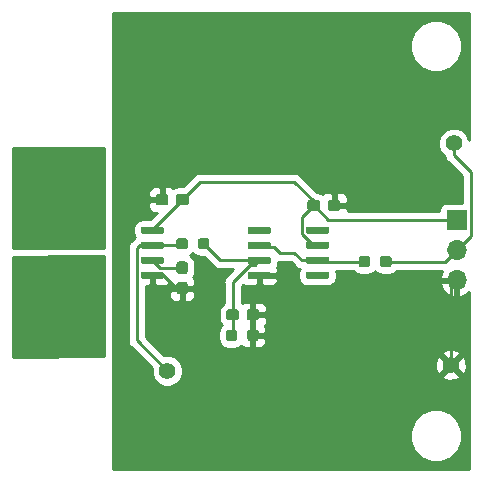
<source format=gbr>
G04 #@! TF.GenerationSoftware,KiCad,Pcbnew,(5.0.2)-1*
G04 #@! TF.CreationDate,2021-01-16T16:59:36+09:00*
G04 #@! TF.ProjectId,AllegroCurrentSensor,416c6c65-6772-46f4-9375-7272656e7453,rev?*
G04 #@! TF.SameCoordinates,Original*
G04 #@! TF.FileFunction,Copper,L1,Top*
G04 #@! TF.FilePolarity,Positive*
%FSLAX46Y46*%
G04 Gerber Fmt 4.6, Leading zero omitted, Abs format (unit mm)*
G04 Created by KiCad (PCBNEW (5.0.2)-1) date 2021/01/16 16:59:36*
%MOMM*%
%LPD*%
G01*
G04 APERTURE LIST*
G04 #@! TA.AperFunction,Conductor*
%ADD10C,0.100000*%
G04 #@! TD*
G04 #@! TA.AperFunction,SMDPad,CuDef*
%ADD11C,0.950000*%
G04 #@! TD*
G04 #@! TA.AperFunction,SMDPad,CuDef*
%ADD12R,4.000000X4.000000*%
G04 #@! TD*
G04 #@! TA.AperFunction,ComponentPad*
%ADD13R,1.700000X1.700000*%
G04 #@! TD*
G04 #@! TA.AperFunction,ComponentPad*
%ADD14O,1.700000X1.700000*%
G04 #@! TD*
G04 #@! TA.AperFunction,ComponentPad*
%ADD15C,1.400000*%
G04 #@! TD*
G04 #@! TA.AperFunction,SMDPad,CuDef*
%ADD16C,0.600000*%
G04 #@! TD*
G04 #@! TA.AperFunction,Conductor*
%ADD17C,0.250000*%
G04 #@! TD*
G04 #@! TA.AperFunction,Conductor*
%ADD18C,0.254000*%
G04 #@! TD*
G04 APERTURE END LIST*
D10*
G04 #@! TO.N,GND*
G04 #@! TO.C,C1*
G36*
X73623279Y-46026144D02*
X73646334Y-46029563D01*
X73668943Y-46035227D01*
X73690887Y-46043079D01*
X73711957Y-46053044D01*
X73731948Y-46065026D01*
X73750668Y-46078910D01*
X73767938Y-46094562D01*
X73783590Y-46111832D01*
X73797474Y-46130552D01*
X73809456Y-46150543D01*
X73819421Y-46171613D01*
X73827273Y-46193557D01*
X73832937Y-46216166D01*
X73836356Y-46239221D01*
X73837500Y-46262500D01*
X73837500Y-46737500D01*
X73836356Y-46760779D01*
X73832937Y-46783834D01*
X73827273Y-46806443D01*
X73819421Y-46828387D01*
X73809456Y-46849457D01*
X73797474Y-46869448D01*
X73783590Y-46888168D01*
X73767938Y-46905438D01*
X73750668Y-46921090D01*
X73731948Y-46934974D01*
X73711957Y-46946956D01*
X73690887Y-46956921D01*
X73668943Y-46964773D01*
X73646334Y-46970437D01*
X73623279Y-46973856D01*
X73600000Y-46975000D01*
X73000000Y-46975000D01*
X72976721Y-46973856D01*
X72953666Y-46970437D01*
X72931057Y-46964773D01*
X72909113Y-46956921D01*
X72888043Y-46946956D01*
X72868052Y-46934974D01*
X72849332Y-46921090D01*
X72832062Y-46905438D01*
X72816410Y-46888168D01*
X72802526Y-46869448D01*
X72790544Y-46849457D01*
X72780579Y-46828387D01*
X72772727Y-46806443D01*
X72767063Y-46783834D01*
X72763644Y-46760779D01*
X72762500Y-46737500D01*
X72762500Y-46262500D01*
X72763644Y-46239221D01*
X72767063Y-46216166D01*
X72772727Y-46193557D01*
X72780579Y-46171613D01*
X72790544Y-46150543D01*
X72802526Y-46130552D01*
X72816410Y-46111832D01*
X72832062Y-46094562D01*
X72849332Y-46078910D01*
X72868052Y-46065026D01*
X72888043Y-46053044D01*
X72909113Y-46043079D01*
X72931057Y-46035227D01*
X72953666Y-46029563D01*
X72976721Y-46026144D01*
X73000000Y-46025000D01*
X73600000Y-46025000D01*
X73623279Y-46026144D01*
X73623279Y-46026144D01*
G37*
D11*
G04 #@! TD*
G04 #@! TO.P,C1,2*
G04 #@! TO.N,GND*
X73300000Y-46500000D03*
D10*
G04 #@! TO.N,+5V*
G04 #@! TO.C,C1*
G36*
X75348279Y-46026144D02*
X75371334Y-46029563D01*
X75393943Y-46035227D01*
X75415887Y-46043079D01*
X75436957Y-46053044D01*
X75456948Y-46065026D01*
X75475668Y-46078910D01*
X75492938Y-46094562D01*
X75508590Y-46111832D01*
X75522474Y-46130552D01*
X75534456Y-46150543D01*
X75544421Y-46171613D01*
X75552273Y-46193557D01*
X75557937Y-46216166D01*
X75561356Y-46239221D01*
X75562500Y-46262500D01*
X75562500Y-46737500D01*
X75561356Y-46760779D01*
X75557937Y-46783834D01*
X75552273Y-46806443D01*
X75544421Y-46828387D01*
X75534456Y-46849457D01*
X75522474Y-46869448D01*
X75508590Y-46888168D01*
X75492938Y-46905438D01*
X75475668Y-46921090D01*
X75456948Y-46934974D01*
X75436957Y-46946956D01*
X75415887Y-46956921D01*
X75393943Y-46964773D01*
X75371334Y-46970437D01*
X75348279Y-46973856D01*
X75325000Y-46975000D01*
X74725000Y-46975000D01*
X74701721Y-46973856D01*
X74678666Y-46970437D01*
X74656057Y-46964773D01*
X74634113Y-46956921D01*
X74613043Y-46946956D01*
X74593052Y-46934974D01*
X74574332Y-46921090D01*
X74557062Y-46905438D01*
X74541410Y-46888168D01*
X74527526Y-46869448D01*
X74515544Y-46849457D01*
X74505579Y-46828387D01*
X74497727Y-46806443D01*
X74492063Y-46783834D01*
X74488644Y-46760779D01*
X74487500Y-46737500D01*
X74487500Y-46262500D01*
X74488644Y-46239221D01*
X74492063Y-46216166D01*
X74497727Y-46193557D01*
X74505579Y-46171613D01*
X74515544Y-46150543D01*
X74527526Y-46130552D01*
X74541410Y-46111832D01*
X74557062Y-46094562D01*
X74574332Y-46078910D01*
X74593052Y-46065026D01*
X74613043Y-46053044D01*
X74634113Y-46043079D01*
X74656057Y-46035227D01*
X74678666Y-46029563D01*
X74701721Y-46026144D01*
X74725000Y-46025000D01*
X75325000Y-46025000D01*
X75348279Y-46026144D01*
X75348279Y-46026144D01*
G37*
D11*
G04 #@! TD*
G04 #@! TO.P,C1,1*
G04 #@! TO.N,+5V*
X75025000Y-46500000D03*
D10*
G04 #@! TO.N,+5V*
G04 #@! TO.C,C2*
G36*
X86460779Y-46526144D02*
X86483834Y-46529563D01*
X86506443Y-46535227D01*
X86528387Y-46543079D01*
X86549457Y-46553044D01*
X86569448Y-46565026D01*
X86588168Y-46578910D01*
X86605438Y-46594562D01*
X86621090Y-46611832D01*
X86634974Y-46630552D01*
X86646956Y-46650543D01*
X86656921Y-46671613D01*
X86664773Y-46693557D01*
X86670437Y-46716166D01*
X86673856Y-46739221D01*
X86675000Y-46762500D01*
X86675000Y-47237500D01*
X86673856Y-47260779D01*
X86670437Y-47283834D01*
X86664773Y-47306443D01*
X86656921Y-47328387D01*
X86646956Y-47349457D01*
X86634974Y-47369448D01*
X86621090Y-47388168D01*
X86605438Y-47405438D01*
X86588168Y-47421090D01*
X86569448Y-47434974D01*
X86549457Y-47446956D01*
X86528387Y-47456921D01*
X86506443Y-47464773D01*
X86483834Y-47470437D01*
X86460779Y-47473856D01*
X86437500Y-47475000D01*
X85837500Y-47475000D01*
X85814221Y-47473856D01*
X85791166Y-47470437D01*
X85768557Y-47464773D01*
X85746613Y-47456921D01*
X85725543Y-47446956D01*
X85705552Y-47434974D01*
X85686832Y-47421090D01*
X85669562Y-47405438D01*
X85653910Y-47388168D01*
X85640026Y-47369448D01*
X85628044Y-47349457D01*
X85618079Y-47328387D01*
X85610227Y-47306443D01*
X85604563Y-47283834D01*
X85601144Y-47260779D01*
X85600000Y-47237500D01*
X85600000Y-46762500D01*
X85601144Y-46739221D01*
X85604563Y-46716166D01*
X85610227Y-46693557D01*
X85618079Y-46671613D01*
X85628044Y-46650543D01*
X85640026Y-46630552D01*
X85653910Y-46611832D01*
X85669562Y-46594562D01*
X85686832Y-46578910D01*
X85705552Y-46565026D01*
X85725543Y-46553044D01*
X85746613Y-46543079D01*
X85768557Y-46535227D01*
X85791166Y-46529563D01*
X85814221Y-46526144D01*
X85837500Y-46525000D01*
X86437500Y-46525000D01*
X86460779Y-46526144D01*
X86460779Y-46526144D01*
G37*
D11*
G04 #@! TD*
G04 #@! TO.P,C2,1*
G04 #@! TO.N,+5V*
X86137500Y-47000000D03*
D10*
G04 #@! TO.N,GND*
G04 #@! TO.C,C2*
G36*
X88185779Y-46526144D02*
X88208834Y-46529563D01*
X88231443Y-46535227D01*
X88253387Y-46543079D01*
X88274457Y-46553044D01*
X88294448Y-46565026D01*
X88313168Y-46578910D01*
X88330438Y-46594562D01*
X88346090Y-46611832D01*
X88359974Y-46630552D01*
X88371956Y-46650543D01*
X88381921Y-46671613D01*
X88389773Y-46693557D01*
X88395437Y-46716166D01*
X88398856Y-46739221D01*
X88400000Y-46762500D01*
X88400000Y-47237500D01*
X88398856Y-47260779D01*
X88395437Y-47283834D01*
X88389773Y-47306443D01*
X88381921Y-47328387D01*
X88371956Y-47349457D01*
X88359974Y-47369448D01*
X88346090Y-47388168D01*
X88330438Y-47405438D01*
X88313168Y-47421090D01*
X88294448Y-47434974D01*
X88274457Y-47446956D01*
X88253387Y-47456921D01*
X88231443Y-47464773D01*
X88208834Y-47470437D01*
X88185779Y-47473856D01*
X88162500Y-47475000D01*
X87562500Y-47475000D01*
X87539221Y-47473856D01*
X87516166Y-47470437D01*
X87493557Y-47464773D01*
X87471613Y-47456921D01*
X87450543Y-47446956D01*
X87430552Y-47434974D01*
X87411832Y-47421090D01*
X87394562Y-47405438D01*
X87378910Y-47388168D01*
X87365026Y-47369448D01*
X87353044Y-47349457D01*
X87343079Y-47328387D01*
X87335227Y-47306443D01*
X87329563Y-47283834D01*
X87326144Y-47260779D01*
X87325000Y-47237500D01*
X87325000Y-46762500D01*
X87326144Y-46739221D01*
X87329563Y-46716166D01*
X87335227Y-46693557D01*
X87343079Y-46671613D01*
X87353044Y-46650543D01*
X87365026Y-46630552D01*
X87378910Y-46611832D01*
X87394562Y-46594562D01*
X87411832Y-46578910D01*
X87430552Y-46565026D01*
X87450543Y-46553044D01*
X87471613Y-46543079D01*
X87493557Y-46535227D01*
X87516166Y-46529563D01*
X87539221Y-46526144D01*
X87562500Y-46525000D01*
X88162500Y-46525000D01*
X88185779Y-46526144D01*
X88185779Y-46526144D01*
G37*
D11*
G04 #@! TD*
G04 #@! TO.P,C2,2*
G04 #@! TO.N,GND*
X87862500Y-47000000D03*
D10*
G04 #@! TO.N,Net-(C3-Pad1)*
G04 #@! TO.C,C3*
G36*
X79598279Y-55776144D02*
X79621334Y-55779563D01*
X79643943Y-55785227D01*
X79665887Y-55793079D01*
X79686957Y-55803044D01*
X79706948Y-55815026D01*
X79725668Y-55828910D01*
X79742938Y-55844562D01*
X79758590Y-55861832D01*
X79772474Y-55880552D01*
X79784456Y-55900543D01*
X79794421Y-55921613D01*
X79802273Y-55943557D01*
X79807937Y-55966166D01*
X79811356Y-55989221D01*
X79812500Y-56012500D01*
X79812500Y-56487500D01*
X79811356Y-56510779D01*
X79807937Y-56533834D01*
X79802273Y-56556443D01*
X79794421Y-56578387D01*
X79784456Y-56599457D01*
X79772474Y-56619448D01*
X79758590Y-56638168D01*
X79742938Y-56655438D01*
X79725668Y-56671090D01*
X79706948Y-56684974D01*
X79686957Y-56696956D01*
X79665887Y-56706921D01*
X79643943Y-56714773D01*
X79621334Y-56720437D01*
X79598279Y-56723856D01*
X79575000Y-56725000D01*
X78975000Y-56725000D01*
X78951721Y-56723856D01*
X78928666Y-56720437D01*
X78906057Y-56714773D01*
X78884113Y-56706921D01*
X78863043Y-56696956D01*
X78843052Y-56684974D01*
X78824332Y-56671090D01*
X78807062Y-56655438D01*
X78791410Y-56638168D01*
X78777526Y-56619448D01*
X78765544Y-56599457D01*
X78755579Y-56578387D01*
X78747727Y-56556443D01*
X78742063Y-56533834D01*
X78738644Y-56510779D01*
X78737500Y-56487500D01*
X78737500Y-56012500D01*
X78738644Y-55989221D01*
X78742063Y-55966166D01*
X78747727Y-55943557D01*
X78755579Y-55921613D01*
X78765544Y-55900543D01*
X78777526Y-55880552D01*
X78791410Y-55861832D01*
X78807062Y-55844562D01*
X78824332Y-55828910D01*
X78843052Y-55815026D01*
X78863043Y-55803044D01*
X78884113Y-55793079D01*
X78906057Y-55785227D01*
X78928666Y-55779563D01*
X78951721Y-55776144D01*
X78975000Y-55775000D01*
X79575000Y-55775000D01*
X79598279Y-55776144D01*
X79598279Y-55776144D01*
G37*
D11*
G04 #@! TD*
G04 #@! TO.P,C3,1*
G04 #@! TO.N,Net-(C3-Pad1)*
X79275000Y-56250000D03*
D10*
G04 #@! TO.N,GND*
G04 #@! TO.C,C3*
G36*
X81323279Y-55776144D02*
X81346334Y-55779563D01*
X81368943Y-55785227D01*
X81390887Y-55793079D01*
X81411957Y-55803044D01*
X81431948Y-55815026D01*
X81450668Y-55828910D01*
X81467938Y-55844562D01*
X81483590Y-55861832D01*
X81497474Y-55880552D01*
X81509456Y-55900543D01*
X81519421Y-55921613D01*
X81527273Y-55943557D01*
X81532937Y-55966166D01*
X81536356Y-55989221D01*
X81537500Y-56012500D01*
X81537500Y-56487500D01*
X81536356Y-56510779D01*
X81532937Y-56533834D01*
X81527273Y-56556443D01*
X81519421Y-56578387D01*
X81509456Y-56599457D01*
X81497474Y-56619448D01*
X81483590Y-56638168D01*
X81467938Y-56655438D01*
X81450668Y-56671090D01*
X81431948Y-56684974D01*
X81411957Y-56696956D01*
X81390887Y-56706921D01*
X81368943Y-56714773D01*
X81346334Y-56720437D01*
X81323279Y-56723856D01*
X81300000Y-56725000D01*
X80700000Y-56725000D01*
X80676721Y-56723856D01*
X80653666Y-56720437D01*
X80631057Y-56714773D01*
X80609113Y-56706921D01*
X80588043Y-56696956D01*
X80568052Y-56684974D01*
X80549332Y-56671090D01*
X80532062Y-56655438D01*
X80516410Y-56638168D01*
X80502526Y-56619448D01*
X80490544Y-56599457D01*
X80480579Y-56578387D01*
X80472727Y-56556443D01*
X80467063Y-56533834D01*
X80463644Y-56510779D01*
X80462500Y-56487500D01*
X80462500Y-56012500D01*
X80463644Y-55989221D01*
X80467063Y-55966166D01*
X80472727Y-55943557D01*
X80480579Y-55921613D01*
X80490544Y-55900543D01*
X80502526Y-55880552D01*
X80516410Y-55861832D01*
X80532062Y-55844562D01*
X80549332Y-55828910D01*
X80568052Y-55815026D01*
X80588043Y-55803044D01*
X80609113Y-55793079D01*
X80631057Y-55785227D01*
X80653666Y-55779563D01*
X80676721Y-55776144D01*
X80700000Y-55775000D01*
X81300000Y-55775000D01*
X81323279Y-55776144D01*
X81323279Y-55776144D01*
G37*
D11*
G04 #@! TD*
G04 #@! TO.P,C3,2*
G04 #@! TO.N,GND*
X81000000Y-56250000D03*
D12*
G04 #@! TO.P,J1,1*
G04 #@! TO.N,Net-(J1-Pad1)*
X63000000Y-45000000D03*
G04 #@! TD*
G04 #@! TO.P,J2,1*
G04 #@! TO.N,Net-(J2-Pad1)*
X63000000Y-57000000D03*
G04 #@! TD*
D13*
G04 #@! TO.P,J3,1*
G04 #@! TO.N,+5V*
X98250000Y-48250000D03*
D14*
G04 #@! TO.P,J3,2*
G04 #@! TO.N,Net-(J3-Pad2)*
X98250000Y-50790000D03*
G04 #@! TO.P,J3,3*
G04 #@! TO.N,GND*
X98250000Y-53330000D03*
G04 #@! TD*
D10*
G04 #@! TO.N,Net-(C3-Pad1)*
G04 #@! TO.C,R1*
G36*
X77098279Y-49776144D02*
X77121334Y-49779563D01*
X77143943Y-49785227D01*
X77165887Y-49793079D01*
X77186957Y-49803044D01*
X77206948Y-49815026D01*
X77225668Y-49828910D01*
X77242938Y-49844562D01*
X77258590Y-49861832D01*
X77272474Y-49880552D01*
X77284456Y-49900543D01*
X77294421Y-49921613D01*
X77302273Y-49943557D01*
X77307937Y-49966166D01*
X77311356Y-49989221D01*
X77312500Y-50012500D01*
X77312500Y-50487500D01*
X77311356Y-50510779D01*
X77307937Y-50533834D01*
X77302273Y-50556443D01*
X77294421Y-50578387D01*
X77284456Y-50599457D01*
X77272474Y-50619448D01*
X77258590Y-50638168D01*
X77242938Y-50655438D01*
X77225668Y-50671090D01*
X77206948Y-50684974D01*
X77186957Y-50696956D01*
X77165887Y-50706921D01*
X77143943Y-50714773D01*
X77121334Y-50720437D01*
X77098279Y-50723856D01*
X77075000Y-50725000D01*
X76575000Y-50725000D01*
X76551721Y-50723856D01*
X76528666Y-50720437D01*
X76506057Y-50714773D01*
X76484113Y-50706921D01*
X76463043Y-50696956D01*
X76443052Y-50684974D01*
X76424332Y-50671090D01*
X76407062Y-50655438D01*
X76391410Y-50638168D01*
X76377526Y-50619448D01*
X76365544Y-50599457D01*
X76355579Y-50578387D01*
X76347727Y-50556443D01*
X76342063Y-50533834D01*
X76338644Y-50510779D01*
X76337500Y-50487500D01*
X76337500Y-50012500D01*
X76338644Y-49989221D01*
X76342063Y-49966166D01*
X76347727Y-49943557D01*
X76355579Y-49921613D01*
X76365544Y-49900543D01*
X76377526Y-49880552D01*
X76391410Y-49861832D01*
X76407062Y-49844562D01*
X76424332Y-49828910D01*
X76443052Y-49815026D01*
X76463043Y-49803044D01*
X76484113Y-49793079D01*
X76506057Y-49785227D01*
X76528666Y-49779563D01*
X76551721Y-49776144D01*
X76575000Y-49775000D01*
X77075000Y-49775000D01*
X77098279Y-49776144D01*
X77098279Y-49776144D01*
G37*
D11*
G04 #@! TD*
G04 #@! TO.P,R1,1*
G04 #@! TO.N,Net-(C3-Pad1)*
X76825000Y-50250000D03*
D10*
G04 #@! TO.N,Net-(R1-Pad2)*
G04 #@! TO.C,R1*
G36*
X75273279Y-49776144D02*
X75296334Y-49779563D01*
X75318943Y-49785227D01*
X75340887Y-49793079D01*
X75361957Y-49803044D01*
X75381948Y-49815026D01*
X75400668Y-49828910D01*
X75417938Y-49844562D01*
X75433590Y-49861832D01*
X75447474Y-49880552D01*
X75459456Y-49900543D01*
X75469421Y-49921613D01*
X75477273Y-49943557D01*
X75482937Y-49966166D01*
X75486356Y-49989221D01*
X75487500Y-50012500D01*
X75487500Y-50487500D01*
X75486356Y-50510779D01*
X75482937Y-50533834D01*
X75477273Y-50556443D01*
X75469421Y-50578387D01*
X75459456Y-50599457D01*
X75447474Y-50619448D01*
X75433590Y-50638168D01*
X75417938Y-50655438D01*
X75400668Y-50671090D01*
X75381948Y-50684974D01*
X75361957Y-50696956D01*
X75340887Y-50706921D01*
X75318943Y-50714773D01*
X75296334Y-50720437D01*
X75273279Y-50723856D01*
X75250000Y-50725000D01*
X74750000Y-50725000D01*
X74726721Y-50723856D01*
X74703666Y-50720437D01*
X74681057Y-50714773D01*
X74659113Y-50706921D01*
X74638043Y-50696956D01*
X74618052Y-50684974D01*
X74599332Y-50671090D01*
X74582062Y-50655438D01*
X74566410Y-50638168D01*
X74552526Y-50619448D01*
X74540544Y-50599457D01*
X74530579Y-50578387D01*
X74522727Y-50556443D01*
X74517063Y-50533834D01*
X74513644Y-50510779D01*
X74512500Y-50487500D01*
X74512500Y-50012500D01*
X74513644Y-49989221D01*
X74517063Y-49966166D01*
X74522727Y-49943557D01*
X74530579Y-49921613D01*
X74540544Y-49900543D01*
X74552526Y-49880552D01*
X74566410Y-49861832D01*
X74582062Y-49844562D01*
X74599332Y-49828910D01*
X74618052Y-49815026D01*
X74638043Y-49803044D01*
X74659113Y-49793079D01*
X74681057Y-49785227D01*
X74703666Y-49779563D01*
X74726721Y-49776144D01*
X74750000Y-49775000D01*
X75250000Y-49775000D01*
X75273279Y-49776144D01*
X75273279Y-49776144D01*
G37*
D11*
G04 #@! TD*
G04 #@! TO.P,R1,2*
G04 #@! TO.N,Net-(R1-Pad2)*
X75000000Y-50250000D03*
D10*
G04 #@! TO.N,Net-(C3-Pad1)*
G04 #@! TO.C,R2*
G36*
X79448279Y-57526144D02*
X79471334Y-57529563D01*
X79493943Y-57535227D01*
X79515887Y-57543079D01*
X79536957Y-57553044D01*
X79556948Y-57565026D01*
X79575668Y-57578910D01*
X79592938Y-57594562D01*
X79608590Y-57611832D01*
X79622474Y-57630552D01*
X79634456Y-57650543D01*
X79644421Y-57671613D01*
X79652273Y-57693557D01*
X79657937Y-57716166D01*
X79661356Y-57739221D01*
X79662500Y-57762500D01*
X79662500Y-58237500D01*
X79661356Y-58260779D01*
X79657937Y-58283834D01*
X79652273Y-58306443D01*
X79644421Y-58328387D01*
X79634456Y-58349457D01*
X79622474Y-58369448D01*
X79608590Y-58388168D01*
X79592938Y-58405438D01*
X79575668Y-58421090D01*
X79556948Y-58434974D01*
X79536957Y-58446956D01*
X79515887Y-58456921D01*
X79493943Y-58464773D01*
X79471334Y-58470437D01*
X79448279Y-58473856D01*
X79425000Y-58475000D01*
X78925000Y-58475000D01*
X78901721Y-58473856D01*
X78878666Y-58470437D01*
X78856057Y-58464773D01*
X78834113Y-58456921D01*
X78813043Y-58446956D01*
X78793052Y-58434974D01*
X78774332Y-58421090D01*
X78757062Y-58405438D01*
X78741410Y-58388168D01*
X78727526Y-58369448D01*
X78715544Y-58349457D01*
X78705579Y-58328387D01*
X78697727Y-58306443D01*
X78692063Y-58283834D01*
X78688644Y-58260779D01*
X78687500Y-58237500D01*
X78687500Y-57762500D01*
X78688644Y-57739221D01*
X78692063Y-57716166D01*
X78697727Y-57693557D01*
X78705579Y-57671613D01*
X78715544Y-57650543D01*
X78727526Y-57630552D01*
X78741410Y-57611832D01*
X78757062Y-57594562D01*
X78774332Y-57578910D01*
X78793052Y-57565026D01*
X78813043Y-57553044D01*
X78834113Y-57543079D01*
X78856057Y-57535227D01*
X78878666Y-57529563D01*
X78901721Y-57526144D01*
X78925000Y-57525000D01*
X79425000Y-57525000D01*
X79448279Y-57526144D01*
X79448279Y-57526144D01*
G37*
D11*
G04 #@! TD*
G04 #@! TO.P,R2,1*
G04 #@! TO.N,Net-(C3-Pad1)*
X79175000Y-58000000D03*
D10*
G04 #@! TO.N,GND*
G04 #@! TO.C,R2*
G36*
X81273279Y-57526144D02*
X81296334Y-57529563D01*
X81318943Y-57535227D01*
X81340887Y-57543079D01*
X81361957Y-57553044D01*
X81381948Y-57565026D01*
X81400668Y-57578910D01*
X81417938Y-57594562D01*
X81433590Y-57611832D01*
X81447474Y-57630552D01*
X81459456Y-57650543D01*
X81469421Y-57671613D01*
X81477273Y-57693557D01*
X81482937Y-57716166D01*
X81486356Y-57739221D01*
X81487500Y-57762500D01*
X81487500Y-58237500D01*
X81486356Y-58260779D01*
X81482937Y-58283834D01*
X81477273Y-58306443D01*
X81469421Y-58328387D01*
X81459456Y-58349457D01*
X81447474Y-58369448D01*
X81433590Y-58388168D01*
X81417938Y-58405438D01*
X81400668Y-58421090D01*
X81381948Y-58434974D01*
X81361957Y-58446956D01*
X81340887Y-58456921D01*
X81318943Y-58464773D01*
X81296334Y-58470437D01*
X81273279Y-58473856D01*
X81250000Y-58475000D01*
X80750000Y-58475000D01*
X80726721Y-58473856D01*
X80703666Y-58470437D01*
X80681057Y-58464773D01*
X80659113Y-58456921D01*
X80638043Y-58446956D01*
X80618052Y-58434974D01*
X80599332Y-58421090D01*
X80582062Y-58405438D01*
X80566410Y-58388168D01*
X80552526Y-58369448D01*
X80540544Y-58349457D01*
X80530579Y-58328387D01*
X80522727Y-58306443D01*
X80517063Y-58283834D01*
X80513644Y-58260779D01*
X80512500Y-58237500D01*
X80512500Y-57762500D01*
X80513644Y-57739221D01*
X80517063Y-57716166D01*
X80522727Y-57693557D01*
X80530579Y-57671613D01*
X80540544Y-57650543D01*
X80552526Y-57630552D01*
X80566410Y-57611832D01*
X80582062Y-57594562D01*
X80599332Y-57578910D01*
X80618052Y-57565026D01*
X80638043Y-57553044D01*
X80659113Y-57543079D01*
X80681057Y-57535227D01*
X80703666Y-57529563D01*
X80726721Y-57526144D01*
X80750000Y-57525000D01*
X81250000Y-57525000D01*
X81273279Y-57526144D01*
X81273279Y-57526144D01*
G37*
D11*
G04 #@! TD*
G04 #@! TO.P,R2,2*
G04 #@! TO.N,GND*
X81000000Y-58000000D03*
D10*
G04 #@! TO.N,Net-(R3-Pad2)*
G04 #@! TO.C,R3*
G36*
X90698279Y-51276144D02*
X90721334Y-51279563D01*
X90743943Y-51285227D01*
X90765887Y-51293079D01*
X90786957Y-51303044D01*
X90806948Y-51315026D01*
X90825668Y-51328910D01*
X90842938Y-51344562D01*
X90858590Y-51361832D01*
X90872474Y-51380552D01*
X90884456Y-51400543D01*
X90894421Y-51421613D01*
X90902273Y-51443557D01*
X90907937Y-51466166D01*
X90911356Y-51489221D01*
X90912500Y-51512500D01*
X90912500Y-51987500D01*
X90911356Y-52010779D01*
X90907937Y-52033834D01*
X90902273Y-52056443D01*
X90894421Y-52078387D01*
X90884456Y-52099457D01*
X90872474Y-52119448D01*
X90858590Y-52138168D01*
X90842938Y-52155438D01*
X90825668Y-52171090D01*
X90806948Y-52184974D01*
X90786957Y-52196956D01*
X90765887Y-52206921D01*
X90743943Y-52214773D01*
X90721334Y-52220437D01*
X90698279Y-52223856D01*
X90675000Y-52225000D01*
X90175000Y-52225000D01*
X90151721Y-52223856D01*
X90128666Y-52220437D01*
X90106057Y-52214773D01*
X90084113Y-52206921D01*
X90063043Y-52196956D01*
X90043052Y-52184974D01*
X90024332Y-52171090D01*
X90007062Y-52155438D01*
X89991410Y-52138168D01*
X89977526Y-52119448D01*
X89965544Y-52099457D01*
X89955579Y-52078387D01*
X89947727Y-52056443D01*
X89942063Y-52033834D01*
X89938644Y-52010779D01*
X89937500Y-51987500D01*
X89937500Y-51512500D01*
X89938644Y-51489221D01*
X89942063Y-51466166D01*
X89947727Y-51443557D01*
X89955579Y-51421613D01*
X89965544Y-51400543D01*
X89977526Y-51380552D01*
X89991410Y-51361832D01*
X90007062Y-51344562D01*
X90024332Y-51328910D01*
X90043052Y-51315026D01*
X90063043Y-51303044D01*
X90084113Y-51293079D01*
X90106057Y-51285227D01*
X90128666Y-51279563D01*
X90151721Y-51276144D01*
X90175000Y-51275000D01*
X90675000Y-51275000D01*
X90698279Y-51276144D01*
X90698279Y-51276144D01*
G37*
D11*
G04 #@! TD*
G04 #@! TO.P,R3,2*
G04 #@! TO.N,Net-(R3-Pad2)*
X90425000Y-51750000D03*
D10*
G04 #@! TO.N,Net-(J3-Pad2)*
G04 #@! TO.C,R3*
G36*
X92523279Y-51276144D02*
X92546334Y-51279563D01*
X92568943Y-51285227D01*
X92590887Y-51293079D01*
X92611957Y-51303044D01*
X92631948Y-51315026D01*
X92650668Y-51328910D01*
X92667938Y-51344562D01*
X92683590Y-51361832D01*
X92697474Y-51380552D01*
X92709456Y-51400543D01*
X92719421Y-51421613D01*
X92727273Y-51443557D01*
X92732937Y-51466166D01*
X92736356Y-51489221D01*
X92737500Y-51512500D01*
X92737500Y-51987500D01*
X92736356Y-52010779D01*
X92732937Y-52033834D01*
X92727273Y-52056443D01*
X92719421Y-52078387D01*
X92709456Y-52099457D01*
X92697474Y-52119448D01*
X92683590Y-52138168D01*
X92667938Y-52155438D01*
X92650668Y-52171090D01*
X92631948Y-52184974D01*
X92611957Y-52196956D01*
X92590887Y-52206921D01*
X92568943Y-52214773D01*
X92546334Y-52220437D01*
X92523279Y-52223856D01*
X92500000Y-52225000D01*
X92000000Y-52225000D01*
X91976721Y-52223856D01*
X91953666Y-52220437D01*
X91931057Y-52214773D01*
X91909113Y-52206921D01*
X91888043Y-52196956D01*
X91868052Y-52184974D01*
X91849332Y-52171090D01*
X91832062Y-52155438D01*
X91816410Y-52138168D01*
X91802526Y-52119448D01*
X91790544Y-52099457D01*
X91780579Y-52078387D01*
X91772727Y-52056443D01*
X91767063Y-52033834D01*
X91763644Y-52010779D01*
X91762500Y-51987500D01*
X91762500Y-51512500D01*
X91763644Y-51489221D01*
X91767063Y-51466166D01*
X91772727Y-51443557D01*
X91780579Y-51421613D01*
X91790544Y-51400543D01*
X91802526Y-51380552D01*
X91816410Y-51361832D01*
X91832062Y-51344562D01*
X91849332Y-51328910D01*
X91868052Y-51315026D01*
X91888043Y-51303044D01*
X91909113Y-51293079D01*
X91931057Y-51285227D01*
X91953666Y-51279563D01*
X91976721Y-51276144D01*
X92000000Y-51275000D01*
X92500000Y-51275000D01*
X92523279Y-51276144D01*
X92523279Y-51276144D01*
G37*
D11*
G04 #@! TD*
G04 #@! TO.P,R3,1*
G04 #@! TO.N,Net-(J3-Pad2)*
X92250000Y-51750000D03*
D15*
G04 #@! TO.P,TP1,1*
G04 #@! TO.N,Net-(R1-Pad2)*
X73750000Y-61000000D03*
G04 #@! TD*
G04 #@! TO.P,TP2,1*
G04 #@! TO.N,Net-(J3-Pad2)*
X98000000Y-41750000D03*
G04 #@! TD*
G04 #@! TO.P,TP3,1*
G04 #@! TO.N,GND*
X97750000Y-60500000D03*
G04 #@! TD*
D10*
G04 #@! TO.N,N/C*
G04 #@! TO.C,U2*
G36*
X82364703Y-48795722D02*
X82379264Y-48797882D01*
X82393543Y-48801459D01*
X82407403Y-48806418D01*
X82420710Y-48812712D01*
X82433336Y-48820280D01*
X82445159Y-48829048D01*
X82456066Y-48838934D01*
X82465952Y-48849841D01*
X82474720Y-48861664D01*
X82482288Y-48874290D01*
X82488582Y-48887597D01*
X82493541Y-48901457D01*
X82497118Y-48915736D01*
X82499278Y-48930297D01*
X82500000Y-48945000D01*
X82500000Y-49245000D01*
X82499278Y-49259703D01*
X82497118Y-49274264D01*
X82493541Y-49288543D01*
X82488582Y-49302403D01*
X82482288Y-49315710D01*
X82474720Y-49328336D01*
X82465952Y-49340159D01*
X82456066Y-49351066D01*
X82445159Y-49360952D01*
X82433336Y-49369720D01*
X82420710Y-49377288D01*
X82407403Y-49383582D01*
X82393543Y-49388541D01*
X82379264Y-49392118D01*
X82364703Y-49394278D01*
X82350000Y-49395000D01*
X80700000Y-49395000D01*
X80685297Y-49394278D01*
X80670736Y-49392118D01*
X80656457Y-49388541D01*
X80642597Y-49383582D01*
X80629290Y-49377288D01*
X80616664Y-49369720D01*
X80604841Y-49360952D01*
X80593934Y-49351066D01*
X80584048Y-49340159D01*
X80575280Y-49328336D01*
X80567712Y-49315710D01*
X80561418Y-49302403D01*
X80556459Y-49288543D01*
X80552882Y-49274264D01*
X80550722Y-49259703D01*
X80550000Y-49245000D01*
X80550000Y-48945000D01*
X80550722Y-48930297D01*
X80552882Y-48915736D01*
X80556459Y-48901457D01*
X80561418Y-48887597D01*
X80567712Y-48874290D01*
X80575280Y-48861664D01*
X80584048Y-48849841D01*
X80593934Y-48838934D01*
X80604841Y-48829048D01*
X80616664Y-48820280D01*
X80629290Y-48812712D01*
X80642597Y-48806418D01*
X80656457Y-48801459D01*
X80670736Y-48797882D01*
X80685297Y-48795722D01*
X80700000Y-48795000D01*
X82350000Y-48795000D01*
X82364703Y-48795722D01*
X82364703Y-48795722D01*
G37*
D16*
G04 #@! TD*
G04 #@! TO.P,U2,1*
G04 #@! TO.N,N/C*
X81525000Y-49095000D03*
D10*
G04 #@! TO.N,Net-(R3-Pad2)*
G04 #@! TO.C,U2*
G36*
X82364703Y-50065722D02*
X82379264Y-50067882D01*
X82393543Y-50071459D01*
X82407403Y-50076418D01*
X82420710Y-50082712D01*
X82433336Y-50090280D01*
X82445159Y-50099048D01*
X82456066Y-50108934D01*
X82465952Y-50119841D01*
X82474720Y-50131664D01*
X82482288Y-50144290D01*
X82488582Y-50157597D01*
X82493541Y-50171457D01*
X82497118Y-50185736D01*
X82499278Y-50200297D01*
X82500000Y-50215000D01*
X82500000Y-50515000D01*
X82499278Y-50529703D01*
X82497118Y-50544264D01*
X82493541Y-50558543D01*
X82488582Y-50572403D01*
X82482288Y-50585710D01*
X82474720Y-50598336D01*
X82465952Y-50610159D01*
X82456066Y-50621066D01*
X82445159Y-50630952D01*
X82433336Y-50639720D01*
X82420710Y-50647288D01*
X82407403Y-50653582D01*
X82393543Y-50658541D01*
X82379264Y-50662118D01*
X82364703Y-50664278D01*
X82350000Y-50665000D01*
X80700000Y-50665000D01*
X80685297Y-50664278D01*
X80670736Y-50662118D01*
X80656457Y-50658541D01*
X80642597Y-50653582D01*
X80629290Y-50647288D01*
X80616664Y-50639720D01*
X80604841Y-50630952D01*
X80593934Y-50621066D01*
X80584048Y-50610159D01*
X80575280Y-50598336D01*
X80567712Y-50585710D01*
X80561418Y-50572403D01*
X80556459Y-50558543D01*
X80552882Y-50544264D01*
X80550722Y-50529703D01*
X80550000Y-50515000D01*
X80550000Y-50215000D01*
X80550722Y-50200297D01*
X80552882Y-50185736D01*
X80556459Y-50171457D01*
X80561418Y-50157597D01*
X80567712Y-50144290D01*
X80575280Y-50131664D01*
X80584048Y-50119841D01*
X80593934Y-50108934D01*
X80604841Y-50099048D01*
X80616664Y-50090280D01*
X80629290Y-50082712D01*
X80642597Y-50076418D01*
X80656457Y-50071459D01*
X80670736Y-50067882D01*
X80685297Y-50065722D01*
X80700000Y-50065000D01*
X82350000Y-50065000D01*
X82364703Y-50065722D01*
X82364703Y-50065722D01*
G37*
D16*
G04 #@! TD*
G04 #@! TO.P,U2,2*
G04 #@! TO.N,Net-(R3-Pad2)*
X81525000Y-50365000D03*
D10*
G04 #@! TO.N,Net-(C3-Pad1)*
G04 #@! TO.C,U2*
G36*
X82364703Y-51335722D02*
X82379264Y-51337882D01*
X82393543Y-51341459D01*
X82407403Y-51346418D01*
X82420710Y-51352712D01*
X82433336Y-51360280D01*
X82445159Y-51369048D01*
X82456066Y-51378934D01*
X82465952Y-51389841D01*
X82474720Y-51401664D01*
X82482288Y-51414290D01*
X82488582Y-51427597D01*
X82493541Y-51441457D01*
X82497118Y-51455736D01*
X82499278Y-51470297D01*
X82500000Y-51485000D01*
X82500000Y-51785000D01*
X82499278Y-51799703D01*
X82497118Y-51814264D01*
X82493541Y-51828543D01*
X82488582Y-51842403D01*
X82482288Y-51855710D01*
X82474720Y-51868336D01*
X82465952Y-51880159D01*
X82456066Y-51891066D01*
X82445159Y-51900952D01*
X82433336Y-51909720D01*
X82420710Y-51917288D01*
X82407403Y-51923582D01*
X82393543Y-51928541D01*
X82379264Y-51932118D01*
X82364703Y-51934278D01*
X82350000Y-51935000D01*
X80700000Y-51935000D01*
X80685297Y-51934278D01*
X80670736Y-51932118D01*
X80656457Y-51928541D01*
X80642597Y-51923582D01*
X80629290Y-51917288D01*
X80616664Y-51909720D01*
X80604841Y-51900952D01*
X80593934Y-51891066D01*
X80584048Y-51880159D01*
X80575280Y-51868336D01*
X80567712Y-51855710D01*
X80561418Y-51842403D01*
X80556459Y-51828543D01*
X80552882Y-51814264D01*
X80550722Y-51799703D01*
X80550000Y-51785000D01*
X80550000Y-51485000D01*
X80550722Y-51470297D01*
X80552882Y-51455736D01*
X80556459Y-51441457D01*
X80561418Y-51427597D01*
X80567712Y-51414290D01*
X80575280Y-51401664D01*
X80584048Y-51389841D01*
X80593934Y-51378934D01*
X80604841Y-51369048D01*
X80616664Y-51360280D01*
X80629290Y-51352712D01*
X80642597Y-51346418D01*
X80656457Y-51341459D01*
X80670736Y-51337882D01*
X80685297Y-51335722D01*
X80700000Y-51335000D01*
X82350000Y-51335000D01*
X82364703Y-51335722D01*
X82364703Y-51335722D01*
G37*
D16*
G04 #@! TD*
G04 #@! TO.P,U2,3*
G04 #@! TO.N,Net-(C3-Pad1)*
X81525000Y-51635000D03*
D10*
G04 #@! TO.N,GND*
G04 #@! TO.C,U2*
G36*
X82364703Y-52605722D02*
X82379264Y-52607882D01*
X82393543Y-52611459D01*
X82407403Y-52616418D01*
X82420710Y-52622712D01*
X82433336Y-52630280D01*
X82445159Y-52639048D01*
X82456066Y-52648934D01*
X82465952Y-52659841D01*
X82474720Y-52671664D01*
X82482288Y-52684290D01*
X82488582Y-52697597D01*
X82493541Y-52711457D01*
X82497118Y-52725736D01*
X82499278Y-52740297D01*
X82500000Y-52755000D01*
X82500000Y-53055000D01*
X82499278Y-53069703D01*
X82497118Y-53084264D01*
X82493541Y-53098543D01*
X82488582Y-53112403D01*
X82482288Y-53125710D01*
X82474720Y-53138336D01*
X82465952Y-53150159D01*
X82456066Y-53161066D01*
X82445159Y-53170952D01*
X82433336Y-53179720D01*
X82420710Y-53187288D01*
X82407403Y-53193582D01*
X82393543Y-53198541D01*
X82379264Y-53202118D01*
X82364703Y-53204278D01*
X82350000Y-53205000D01*
X80700000Y-53205000D01*
X80685297Y-53204278D01*
X80670736Y-53202118D01*
X80656457Y-53198541D01*
X80642597Y-53193582D01*
X80629290Y-53187288D01*
X80616664Y-53179720D01*
X80604841Y-53170952D01*
X80593934Y-53161066D01*
X80584048Y-53150159D01*
X80575280Y-53138336D01*
X80567712Y-53125710D01*
X80561418Y-53112403D01*
X80556459Y-53098543D01*
X80552882Y-53084264D01*
X80550722Y-53069703D01*
X80550000Y-53055000D01*
X80550000Y-52755000D01*
X80550722Y-52740297D01*
X80552882Y-52725736D01*
X80556459Y-52711457D01*
X80561418Y-52697597D01*
X80567712Y-52684290D01*
X80575280Y-52671664D01*
X80584048Y-52659841D01*
X80593934Y-52648934D01*
X80604841Y-52639048D01*
X80616664Y-52630280D01*
X80629290Y-52622712D01*
X80642597Y-52616418D01*
X80656457Y-52611459D01*
X80670736Y-52607882D01*
X80685297Y-52605722D01*
X80700000Y-52605000D01*
X82350000Y-52605000D01*
X82364703Y-52605722D01*
X82364703Y-52605722D01*
G37*
D16*
G04 #@! TD*
G04 #@! TO.P,U2,4*
G04 #@! TO.N,GND*
X81525000Y-52905000D03*
D10*
G04 #@! TO.N,N/C*
G04 #@! TO.C,U2*
G36*
X87314703Y-52605722D02*
X87329264Y-52607882D01*
X87343543Y-52611459D01*
X87357403Y-52616418D01*
X87370710Y-52622712D01*
X87383336Y-52630280D01*
X87395159Y-52639048D01*
X87406066Y-52648934D01*
X87415952Y-52659841D01*
X87424720Y-52671664D01*
X87432288Y-52684290D01*
X87438582Y-52697597D01*
X87443541Y-52711457D01*
X87447118Y-52725736D01*
X87449278Y-52740297D01*
X87450000Y-52755000D01*
X87450000Y-53055000D01*
X87449278Y-53069703D01*
X87447118Y-53084264D01*
X87443541Y-53098543D01*
X87438582Y-53112403D01*
X87432288Y-53125710D01*
X87424720Y-53138336D01*
X87415952Y-53150159D01*
X87406066Y-53161066D01*
X87395159Y-53170952D01*
X87383336Y-53179720D01*
X87370710Y-53187288D01*
X87357403Y-53193582D01*
X87343543Y-53198541D01*
X87329264Y-53202118D01*
X87314703Y-53204278D01*
X87300000Y-53205000D01*
X85650000Y-53205000D01*
X85635297Y-53204278D01*
X85620736Y-53202118D01*
X85606457Y-53198541D01*
X85592597Y-53193582D01*
X85579290Y-53187288D01*
X85566664Y-53179720D01*
X85554841Y-53170952D01*
X85543934Y-53161066D01*
X85534048Y-53150159D01*
X85525280Y-53138336D01*
X85517712Y-53125710D01*
X85511418Y-53112403D01*
X85506459Y-53098543D01*
X85502882Y-53084264D01*
X85500722Y-53069703D01*
X85500000Y-53055000D01*
X85500000Y-52755000D01*
X85500722Y-52740297D01*
X85502882Y-52725736D01*
X85506459Y-52711457D01*
X85511418Y-52697597D01*
X85517712Y-52684290D01*
X85525280Y-52671664D01*
X85534048Y-52659841D01*
X85543934Y-52648934D01*
X85554841Y-52639048D01*
X85566664Y-52630280D01*
X85579290Y-52622712D01*
X85592597Y-52616418D01*
X85606457Y-52611459D01*
X85620736Y-52607882D01*
X85635297Y-52605722D01*
X85650000Y-52605000D01*
X87300000Y-52605000D01*
X87314703Y-52605722D01*
X87314703Y-52605722D01*
G37*
D16*
G04 #@! TD*
G04 #@! TO.P,U2,5*
G04 #@! TO.N,N/C*
X86475000Y-52905000D03*
D10*
G04 #@! TO.N,Net-(R3-Pad2)*
G04 #@! TO.C,U2*
G36*
X87314703Y-51335722D02*
X87329264Y-51337882D01*
X87343543Y-51341459D01*
X87357403Y-51346418D01*
X87370710Y-51352712D01*
X87383336Y-51360280D01*
X87395159Y-51369048D01*
X87406066Y-51378934D01*
X87415952Y-51389841D01*
X87424720Y-51401664D01*
X87432288Y-51414290D01*
X87438582Y-51427597D01*
X87443541Y-51441457D01*
X87447118Y-51455736D01*
X87449278Y-51470297D01*
X87450000Y-51485000D01*
X87450000Y-51785000D01*
X87449278Y-51799703D01*
X87447118Y-51814264D01*
X87443541Y-51828543D01*
X87438582Y-51842403D01*
X87432288Y-51855710D01*
X87424720Y-51868336D01*
X87415952Y-51880159D01*
X87406066Y-51891066D01*
X87395159Y-51900952D01*
X87383336Y-51909720D01*
X87370710Y-51917288D01*
X87357403Y-51923582D01*
X87343543Y-51928541D01*
X87329264Y-51932118D01*
X87314703Y-51934278D01*
X87300000Y-51935000D01*
X85650000Y-51935000D01*
X85635297Y-51934278D01*
X85620736Y-51932118D01*
X85606457Y-51928541D01*
X85592597Y-51923582D01*
X85579290Y-51917288D01*
X85566664Y-51909720D01*
X85554841Y-51900952D01*
X85543934Y-51891066D01*
X85534048Y-51880159D01*
X85525280Y-51868336D01*
X85517712Y-51855710D01*
X85511418Y-51842403D01*
X85506459Y-51828543D01*
X85502882Y-51814264D01*
X85500722Y-51799703D01*
X85500000Y-51785000D01*
X85500000Y-51485000D01*
X85500722Y-51470297D01*
X85502882Y-51455736D01*
X85506459Y-51441457D01*
X85511418Y-51427597D01*
X85517712Y-51414290D01*
X85525280Y-51401664D01*
X85534048Y-51389841D01*
X85543934Y-51378934D01*
X85554841Y-51369048D01*
X85566664Y-51360280D01*
X85579290Y-51352712D01*
X85592597Y-51346418D01*
X85606457Y-51341459D01*
X85620736Y-51337882D01*
X85635297Y-51335722D01*
X85650000Y-51335000D01*
X87300000Y-51335000D01*
X87314703Y-51335722D01*
X87314703Y-51335722D01*
G37*
D16*
G04 #@! TD*
G04 #@! TO.P,U2,6*
G04 #@! TO.N,Net-(R3-Pad2)*
X86475000Y-51635000D03*
D10*
G04 #@! TO.N,+5V*
G04 #@! TO.C,U2*
G36*
X87314703Y-50065722D02*
X87329264Y-50067882D01*
X87343543Y-50071459D01*
X87357403Y-50076418D01*
X87370710Y-50082712D01*
X87383336Y-50090280D01*
X87395159Y-50099048D01*
X87406066Y-50108934D01*
X87415952Y-50119841D01*
X87424720Y-50131664D01*
X87432288Y-50144290D01*
X87438582Y-50157597D01*
X87443541Y-50171457D01*
X87447118Y-50185736D01*
X87449278Y-50200297D01*
X87450000Y-50215000D01*
X87450000Y-50515000D01*
X87449278Y-50529703D01*
X87447118Y-50544264D01*
X87443541Y-50558543D01*
X87438582Y-50572403D01*
X87432288Y-50585710D01*
X87424720Y-50598336D01*
X87415952Y-50610159D01*
X87406066Y-50621066D01*
X87395159Y-50630952D01*
X87383336Y-50639720D01*
X87370710Y-50647288D01*
X87357403Y-50653582D01*
X87343543Y-50658541D01*
X87329264Y-50662118D01*
X87314703Y-50664278D01*
X87300000Y-50665000D01*
X85650000Y-50665000D01*
X85635297Y-50664278D01*
X85620736Y-50662118D01*
X85606457Y-50658541D01*
X85592597Y-50653582D01*
X85579290Y-50647288D01*
X85566664Y-50639720D01*
X85554841Y-50630952D01*
X85543934Y-50621066D01*
X85534048Y-50610159D01*
X85525280Y-50598336D01*
X85517712Y-50585710D01*
X85511418Y-50572403D01*
X85506459Y-50558543D01*
X85502882Y-50544264D01*
X85500722Y-50529703D01*
X85500000Y-50515000D01*
X85500000Y-50215000D01*
X85500722Y-50200297D01*
X85502882Y-50185736D01*
X85506459Y-50171457D01*
X85511418Y-50157597D01*
X85517712Y-50144290D01*
X85525280Y-50131664D01*
X85534048Y-50119841D01*
X85543934Y-50108934D01*
X85554841Y-50099048D01*
X85566664Y-50090280D01*
X85579290Y-50082712D01*
X85592597Y-50076418D01*
X85606457Y-50071459D01*
X85620736Y-50067882D01*
X85635297Y-50065722D01*
X85650000Y-50065000D01*
X87300000Y-50065000D01*
X87314703Y-50065722D01*
X87314703Y-50065722D01*
G37*
D16*
G04 #@! TD*
G04 #@! TO.P,U2,7*
G04 #@! TO.N,+5V*
X86475000Y-50365000D03*
D10*
G04 #@! TO.N,N/C*
G04 #@! TO.C,U2*
G36*
X87314703Y-48795722D02*
X87329264Y-48797882D01*
X87343543Y-48801459D01*
X87357403Y-48806418D01*
X87370710Y-48812712D01*
X87383336Y-48820280D01*
X87395159Y-48829048D01*
X87406066Y-48838934D01*
X87415952Y-48849841D01*
X87424720Y-48861664D01*
X87432288Y-48874290D01*
X87438582Y-48887597D01*
X87443541Y-48901457D01*
X87447118Y-48915736D01*
X87449278Y-48930297D01*
X87450000Y-48945000D01*
X87450000Y-49245000D01*
X87449278Y-49259703D01*
X87447118Y-49274264D01*
X87443541Y-49288543D01*
X87438582Y-49302403D01*
X87432288Y-49315710D01*
X87424720Y-49328336D01*
X87415952Y-49340159D01*
X87406066Y-49351066D01*
X87395159Y-49360952D01*
X87383336Y-49369720D01*
X87370710Y-49377288D01*
X87357403Y-49383582D01*
X87343543Y-49388541D01*
X87329264Y-49392118D01*
X87314703Y-49394278D01*
X87300000Y-49395000D01*
X85650000Y-49395000D01*
X85635297Y-49394278D01*
X85620736Y-49392118D01*
X85606457Y-49388541D01*
X85592597Y-49383582D01*
X85579290Y-49377288D01*
X85566664Y-49369720D01*
X85554841Y-49360952D01*
X85543934Y-49351066D01*
X85534048Y-49340159D01*
X85525280Y-49328336D01*
X85517712Y-49315710D01*
X85511418Y-49302403D01*
X85506459Y-49288543D01*
X85502882Y-49274264D01*
X85500722Y-49259703D01*
X85500000Y-49245000D01*
X85500000Y-48945000D01*
X85500722Y-48930297D01*
X85502882Y-48915736D01*
X85506459Y-48901457D01*
X85511418Y-48887597D01*
X85517712Y-48874290D01*
X85525280Y-48861664D01*
X85534048Y-48849841D01*
X85543934Y-48838934D01*
X85554841Y-48829048D01*
X85566664Y-48820280D01*
X85579290Y-48812712D01*
X85592597Y-48806418D01*
X85606457Y-48801459D01*
X85620736Y-48797882D01*
X85635297Y-48795722D01*
X85650000Y-48795000D01*
X87300000Y-48795000D01*
X87314703Y-48795722D01*
X87314703Y-48795722D01*
G37*
D16*
G04 #@! TD*
G04 #@! TO.P,U2,8*
G04 #@! TO.N,N/C*
X86475000Y-49095000D03*
D10*
G04 #@! TO.N,Net-(C4-Pad1)*
G04 #@! TO.C,C4*
G36*
X75260779Y-51738644D02*
X75283834Y-51742063D01*
X75306443Y-51747727D01*
X75328387Y-51755579D01*
X75349457Y-51765544D01*
X75369448Y-51777526D01*
X75388168Y-51791410D01*
X75405438Y-51807062D01*
X75421090Y-51824332D01*
X75434974Y-51843052D01*
X75446956Y-51863043D01*
X75456921Y-51884113D01*
X75464773Y-51906057D01*
X75470437Y-51928666D01*
X75473856Y-51951721D01*
X75475000Y-51975000D01*
X75475000Y-52575000D01*
X75473856Y-52598279D01*
X75470437Y-52621334D01*
X75464773Y-52643943D01*
X75456921Y-52665887D01*
X75446956Y-52686957D01*
X75434974Y-52706948D01*
X75421090Y-52725668D01*
X75405438Y-52742938D01*
X75388168Y-52758590D01*
X75369448Y-52772474D01*
X75349457Y-52784456D01*
X75328387Y-52794421D01*
X75306443Y-52802273D01*
X75283834Y-52807937D01*
X75260779Y-52811356D01*
X75237500Y-52812500D01*
X74762500Y-52812500D01*
X74739221Y-52811356D01*
X74716166Y-52807937D01*
X74693557Y-52802273D01*
X74671613Y-52794421D01*
X74650543Y-52784456D01*
X74630552Y-52772474D01*
X74611832Y-52758590D01*
X74594562Y-52742938D01*
X74578910Y-52725668D01*
X74565026Y-52706948D01*
X74553044Y-52686957D01*
X74543079Y-52665887D01*
X74535227Y-52643943D01*
X74529563Y-52621334D01*
X74526144Y-52598279D01*
X74525000Y-52575000D01*
X74525000Y-51975000D01*
X74526144Y-51951721D01*
X74529563Y-51928666D01*
X74535227Y-51906057D01*
X74543079Y-51884113D01*
X74553044Y-51863043D01*
X74565026Y-51843052D01*
X74578910Y-51824332D01*
X74594562Y-51807062D01*
X74611832Y-51791410D01*
X74630552Y-51777526D01*
X74650543Y-51765544D01*
X74671613Y-51755579D01*
X74693557Y-51747727D01*
X74716166Y-51742063D01*
X74739221Y-51738644D01*
X74762500Y-51737500D01*
X75237500Y-51737500D01*
X75260779Y-51738644D01*
X75260779Y-51738644D01*
G37*
D11*
G04 #@! TD*
G04 #@! TO.P,C4,1*
G04 #@! TO.N,Net-(C4-Pad1)*
X75000000Y-52275000D03*
D10*
G04 #@! TO.N,GND*
G04 #@! TO.C,C4*
G36*
X75260779Y-53463644D02*
X75283834Y-53467063D01*
X75306443Y-53472727D01*
X75328387Y-53480579D01*
X75349457Y-53490544D01*
X75369448Y-53502526D01*
X75388168Y-53516410D01*
X75405438Y-53532062D01*
X75421090Y-53549332D01*
X75434974Y-53568052D01*
X75446956Y-53588043D01*
X75456921Y-53609113D01*
X75464773Y-53631057D01*
X75470437Y-53653666D01*
X75473856Y-53676721D01*
X75475000Y-53700000D01*
X75475000Y-54300000D01*
X75473856Y-54323279D01*
X75470437Y-54346334D01*
X75464773Y-54368943D01*
X75456921Y-54390887D01*
X75446956Y-54411957D01*
X75434974Y-54431948D01*
X75421090Y-54450668D01*
X75405438Y-54467938D01*
X75388168Y-54483590D01*
X75369448Y-54497474D01*
X75349457Y-54509456D01*
X75328387Y-54519421D01*
X75306443Y-54527273D01*
X75283834Y-54532937D01*
X75260779Y-54536356D01*
X75237500Y-54537500D01*
X74762500Y-54537500D01*
X74739221Y-54536356D01*
X74716166Y-54532937D01*
X74693557Y-54527273D01*
X74671613Y-54519421D01*
X74650543Y-54509456D01*
X74630552Y-54497474D01*
X74611832Y-54483590D01*
X74594562Y-54467938D01*
X74578910Y-54450668D01*
X74565026Y-54431948D01*
X74553044Y-54411957D01*
X74543079Y-54390887D01*
X74535227Y-54368943D01*
X74529563Y-54346334D01*
X74526144Y-54323279D01*
X74525000Y-54300000D01*
X74525000Y-53700000D01*
X74526144Y-53676721D01*
X74529563Y-53653666D01*
X74535227Y-53631057D01*
X74543079Y-53609113D01*
X74553044Y-53588043D01*
X74565026Y-53568052D01*
X74578910Y-53549332D01*
X74594562Y-53532062D01*
X74611832Y-53516410D01*
X74630552Y-53502526D01*
X74650543Y-53490544D01*
X74671613Y-53480579D01*
X74693557Y-53472727D01*
X74716166Y-53467063D01*
X74739221Y-53463644D01*
X74762500Y-53462500D01*
X75237500Y-53462500D01*
X75260779Y-53463644D01*
X75260779Y-53463644D01*
G37*
D11*
G04 #@! TD*
G04 #@! TO.P,C4,2*
G04 #@! TO.N,GND*
X75000000Y-54000000D03*
D10*
G04 #@! TO.N,Net-(J1-Pad1)*
G04 #@! TO.C,U1*
G36*
X68364703Y-48795722D02*
X68379264Y-48797882D01*
X68393543Y-48801459D01*
X68407403Y-48806418D01*
X68420710Y-48812712D01*
X68433336Y-48820280D01*
X68445159Y-48829048D01*
X68456066Y-48838934D01*
X68465952Y-48849841D01*
X68474720Y-48861664D01*
X68482288Y-48874290D01*
X68488582Y-48887597D01*
X68493541Y-48901457D01*
X68497118Y-48915736D01*
X68499278Y-48930297D01*
X68500000Y-48945000D01*
X68500000Y-49245000D01*
X68499278Y-49259703D01*
X68497118Y-49274264D01*
X68493541Y-49288543D01*
X68488582Y-49302403D01*
X68482288Y-49315710D01*
X68474720Y-49328336D01*
X68465952Y-49340159D01*
X68456066Y-49351066D01*
X68445159Y-49360952D01*
X68433336Y-49369720D01*
X68420710Y-49377288D01*
X68407403Y-49383582D01*
X68393543Y-49388541D01*
X68379264Y-49392118D01*
X68364703Y-49394278D01*
X68350000Y-49395000D01*
X66700000Y-49395000D01*
X66685297Y-49394278D01*
X66670736Y-49392118D01*
X66656457Y-49388541D01*
X66642597Y-49383582D01*
X66629290Y-49377288D01*
X66616664Y-49369720D01*
X66604841Y-49360952D01*
X66593934Y-49351066D01*
X66584048Y-49340159D01*
X66575280Y-49328336D01*
X66567712Y-49315710D01*
X66561418Y-49302403D01*
X66556459Y-49288543D01*
X66552882Y-49274264D01*
X66550722Y-49259703D01*
X66550000Y-49245000D01*
X66550000Y-48945000D01*
X66550722Y-48930297D01*
X66552882Y-48915736D01*
X66556459Y-48901457D01*
X66561418Y-48887597D01*
X66567712Y-48874290D01*
X66575280Y-48861664D01*
X66584048Y-48849841D01*
X66593934Y-48838934D01*
X66604841Y-48829048D01*
X66616664Y-48820280D01*
X66629290Y-48812712D01*
X66642597Y-48806418D01*
X66656457Y-48801459D01*
X66670736Y-48797882D01*
X66685297Y-48795722D01*
X66700000Y-48795000D01*
X68350000Y-48795000D01*
X68364703Y-48795722D01*
X68364703Y-48795722D01*
G37*
D16*
G04 #@! TD*
G04 #@! TO.P,U1,1*
G04 #@! TO.N,Net-(J1-Pad1)*
X67525000Y-49095000D03*
D10*
G04 #@! TO.N,Net-(J1-Pad1)*
G04 #@! TO.C,U1*
G36*
X68364703Y-50065722D02*
X68379264Y-50067882D01*
X68393543Y-50071459D01*
X68407403Y-50076418D01*
X68420710Y-50082712D01*
X68433336Y-50090280D01*
X68445159Y-50099048D01*
X68456066Y-50108934D01*
X68465952Y-50119841D01*
X68474720Y-50131664D01*
X68482288Y-50144290D01*
X68488582Y-50157597D01*
X68493541Y-50171457D01*
X68497118Y-50185736D01*
X68499278Y-50200297D01*
X68500000Y-50215000D01*
X68500000Y-50515000D01*
X68499278Y-50529703D01*
X68497118Y-50544264D01*
X68493541Y-50558543D01*
X68488582Y-50572403D01*
X68482288Y-50585710D01*
X68474720Y-50598336D01*
X68465952Y-50610159D01*
X68456066Y-50621066D01*
X68445159Y-50630952D01*
X68433336Y-50639720D01*
X68420710Y-50647288D01*
X68407403Y-50653582D01*
X68393543Y-50658541D01*
X68379264Y-50662118D01*
X68364703Y-50664278D01*
X68350000Y-50665000D01*
X66700000Y-50665000D01*
X66685297Y-50664278D01*
X66670736Y-50662118D01*
X66656457Y-50658541D01*
X66642597Y-50653582D01*
X66629290Y-50647288D01*
X66616664Y-50639720D01*
X66604841Y-50630952D01*
X66593934Y-50621066D01*
X66584048Y-50610159D01*
X66575280Y-50598336D01*
X66567712Y-50585710D01*
X66561418Y-50572403D01*
X66556459Y-50558543D01*
X66552882Y-50544264D01*
X66550722Y-50529703D01*
X66550000Y-50515000D01*
X66550000Y-50215000D01*
X66550722Y-50200297D01*
X66552882Y-50185736D01*
X66556459Y-50171457D01*
X66561418Y-50157597D01*
X66567712Y-50144290D01*
X66575280Y-50131664D01*
X66584048Y-50119841D01*
X66593934Y-50108934D01*
X66604841Y-50099048D01*
X66616664Y-50090280D01*
X66629290Y-50082712D01*
X66642597Y-50076418D01*
X66656457Y-50071459D01*
X66670736Y-50067882D01*
X66685297Y-50065722D01*
X66700000Y-50065000D01*
X68350000Y-50065000D01*
X68364703Y-50065722D01*
X68364703Y-50065722D01*
G37*
D16*
G04 #@! TD*
G04 #@! TO.P,U1,2*
G04 #@! TO.N,Net-(J1-Pad1)*
X67525000Y-50365000D03*
D10*
G04 #@! TO.N,Net-(J2-Pad1)*
G04 #@! TO.C,U1*
G36*
X68364703Y-51335722D02*
X68379264Y-51337882D01*
X68393543Y-51341459D01*
X68407403Y-51346418D01*
X68420710Y-51352712D01*
X68433336Y-51360280D01*
X68445159Y-51369048D01*
X68456066Y-51378934D01*
X68465952Y-51389841D01*
X68474720Y-51401664D01*
X68482288Y-51414290D01*
X68488582Y-51427597D01*
X68493541Y-51441457D01*
X68497118Y-51455736D01*
X68499278Y-51470297D01*
X68500000Y-51485000D01*
X68500000Y-51785000D01*
X68499278Y-51799703D01*
X68497118Y-51814264D01*
X68493541Y-51828543D01*
X68488582Y-51842403D01*
X68482288Y-51855710D01*
X68474720Y-51868336D01*
X68465952Y-51880159D01*
X68456066Y-51891066D01*
X68445159Y-51900952D01*
X68433336Y-51909720D01*
X68420710Y-51917288D01*
X68407403Y-51923582D01*
X68393543Y-51928541D01*
X68379264Y-51932118D01*
X68364703Y-51934278D01*
X68350000Y-51935000D01*
X66700000Y-51935000D01*
X66685297Y-51934278D01*
X66670736Y-51932118D01*
X66656457Y-51928541D01*
X66642597Y-51923582D01*
X66629290Y-51917288D01*
X66616664Y-51909720D01*
X66604841Y-51900952D01*
X66593934Y-51891066D01*
X66584048Y-51880159D01*
X66575280Y-51868336D01*
X66567712Y-51855710D01*
X66561418Y-51842403D01*
X66556459Y-51828543D01*
X66552882Y-51814264D01*
X66550722Y-51799703D01*
X66550000Y-51785000D01*
X66550000Y-51485000D01*
X66550722Y-51470297D01*
X66552882Y-51455736D01*
X66556459Y-51441457D01*
X66561418Y-51427597D01*
X66567712Y-51414290D01*
X66575280Y-51401664D01*
X66584048Y-51389841D01*
X66593934Y-51378934D01*
X66604841Y-51369048D01*
X66616664Y-51360280D01*
X66629290Y-51352712D01*
X66642597Y-51346418D01*
X66656457Y-51341459D01*
X66670736Y-51337882D01*
X66685297Y-51335722D01*
X66700000Y-51335000D01*
X68350000Y-51335000D01*
X68364703Y-51335722D01*
X68364703Y-51335722D01*
G37*
D16*
G04 #@! TD*
G04 #@! TO.P,U1,3*
G04 #@! TO.N,Net-(J2-Pad1)*
X67525000Y-51635000D03*
D10*
G04 #@! TO.N,Net-(J2-Pad1)*
G04 #@! TO.C,U1*
G36*
X68364703Y-52605722D02*
X68379264Y-52607882D01*
X68393543Y-52611459D01*
X68407403Y-52616418D01*
X68420710Y-52622712D01*
X68433336Y-52630280D01*
X68445159Y-52639048D01*
X68456066Y-52648934D01*
X68465952Y-52659841D01*
X68474720Y-52671664D01*
X68482288Y-52684290D01*
X68488582Y-52697597D01*
X68493541Y-52711457D01*
X68497118Y-52725736D01*
X68499278Y-52740297D01*
X68500000Y-52755000D01*
X68500000Y-53055000D01*
X68499278Y-53069703D01*
X68497118Y-53084264D01*
X68493541Y-53098543D01*
X68488582Y-53112403D01*
X68482288Y-53125710D01*
X68474720Y-53138336D01*
X68465952Y-53150159D01*
X68456066Y-53161066D01*
X68445159Y-53170952D01*
X68433336Y-53179720D01*
X68420710Y-53187288D01*
X68407403Y-53193582D01*
X68393543Y-53198541D01*
X68379264Y-53202118D01*
X68364703Y-53204278D01*
X68350000Y-53205000D01*
X66700000Y-53205000D01*
X66685297Y-53204278D01*
X66670736Y-53202118D01*
X66656457Y-53198541D01*
X66642597Y-53193582D01*
X66629290Y-53187288D01*
X66616664Y-53179720D01*
X66604841Y-53170952D01*
X66593934Y-53161066D01*
X66584048Y-53150159D01*
X66575280Y-53138336D01*
X66567712Y-53125710D01*
X66561418Y-53112403D01*
X66556459Y-53098543D01*
X66552882Y-53084264D01*
X66550722Y-53069703D01*
X66550000Y-53055000D01*
X66550000Y-52755000D01*
X66550722Y-52740297D01*
X66552882Y-52725736D01*
X66556459Y-52711457D01*
X66561418Y-52697597D01*
X66567712Y-52684290D01*
X66575280Y-52671664D01*
X66584048Y-52659841D01*
X66593934Y-52648934D01*
X66604841Y-52639048D01*
X66616664Y-52630280D01*
X66629290Y-52622712D01*
X66642597Y-52616418D01*
X66656457Y-52611459D01*
X66670736Y-52607882D01*
X66685297Y-52605722D01*
X66700000Y-52605000D01*
X68350000Y-52605000D01*
X68364703Y-52605722D01*
X68364703Y-52605722D01*
G37*
D16*
G04 #@! TD*
G04 #@! TO.P,U1,4*
G04 #@! TO.N,Net-(J2-Pad1)*
X67525000Y-52905000D03*
D10*
G04 #@! TO.N,GND*
G04 #@! TO.C,U1*
G36*
X73314703Y-52605722D02*
X73329264Y-52607882D01*
X73343543Y-52611459D01*
X73357403Y-52616418D01*
X73370710Y-52622712D01*
X73383336Y-52630280D01*
X73395159Y-52639048D01*
X73406066Y-52648934D01*
X73415952Y-52659841D01*
X73424720Y-52671664D01*
X73432288Y-52684290D01*
X73438582Y-52697597D01*
X73443541Y-52711457D01*
X73447118Y-52725736D01*
X73449278Y-52740297D01*
X73450000Y-52755000D01*
X73450000Y-53055000D01*
X73449278Y-53069703D01*
X73447118Y-53084264D01*
X73443541Y-53098543D01*
X73438582Y-53112403D01*
X73432288Y-53125710D01*
X73424720Y-53138336D01*
X73415952Y-53150159D01*
X73406066Y-53161066D01*
X73395159Y-53170952D01*
X73383336Y-53179720D01*
X73370710Y-53187288D01*
X73357403Y-53193582D01*
X73343543Y-53198541D01*
X73329264Y-53202118D01*
X73314703Y-53204278D01*
X73300000Y-53205000D01*
X71650000Y-53205000D01*
X71635297Y-53204278D01*
X71620736Y-53202118D01*
X71606457Y-53198541D01*
X71592597Y-53193582D01*
X71579290Y-53187288D01*
X71566664Y-53179720D01*
X71554841Y-53170952D01*
X71543934Y-53161066D01*
X71534048Y-53150159D01*
X71525280Y-53138336D01*
X71517712Y-53125710D01*
X71511418Y-53112403D01*
X71506459Y-53098543D01*
X71502882Y-53084264D01*
X71500722Y-53069703D01*
X71500000Y-53055000D01*
X71500000Y-52755000D01*
X71500722Y-52740297D01*
X71502882Y-52725736D01*
X71506459Y-52711457D01*
X71511418Y-52697597D01*
X71517712Y-52684290D01*
X71525280Y-52671664D01*
X71534048Y-52659841D01*
X71543934Y-52648934D01*
X71554841Y-52639048D01*
X71566664Y-52630280D01*
X71579290Y-52622712D01*
X71592597Y-52616418D01*
X71606457Y-52611459D01*
X71620736Y-52607882D01*
X71635297Y-52605722D01*
X71650000Y-52605000D01*
X73300000Y-52605000D01*
X73314703Y-52605722D01*
X73314703Y-52605722D01*
G37*
D16*
G04 #@! TD*
G04 #@! TO.P,U1,5*
G04 #@! TO.N,GND*
X72475000Y-52905000D03*
D10*
G04 #@! TO.N,Net-(C4-Pad1)*
G04 #@! TO.C,U1*
G36*
X73314703Y-51335722D02*
X73329264Y-51337882D01*
X73343543Y-51341459D01*
X73357403Y-51346418D01*
X73370710Y-51352712D01*
X73383336Y-51360280D01*
X73395159Y-51369048D01*
X73406066Y-51378934D01*
X73415952Y-51389841D01*
X73424720Y-51401664D01*
X73432288Y-51414290D01*
X73438582Y-51427597D01*
X73443541Y-51441457D01*
X73447118Y-51455736D01*
X73449278Y-51470297D01*
X73450000Y-51485000D01*
X73450000Y-51785000D01*
X73449278Y-51799703D01*
X73447118Y-51814264D01*
X73443541Y-51828543D01*
X73438582Y-51842403D01*
X73432288Y-51855710D01*
X73424720Y-51868336D01*
X73415952Y-51880159D01*
X73406066Y-51891066D01*
X73395159Y-51900952D01*
X73383336Y-51909720D01*
X73370710Y-51917288D01*
X73357403Y-51923582D01*
X73343543Y-51928541D01*
X73329264Y-51932118D01*
X73314703Y-51934278D01*
X73300000Y-51935000D01*
X71650000Y-51935000D01*
X71635297Y-51934278D01*
X71620736Y-51932118D01*
X71606457Y-51928541D01*
X71592597Y-51923582D01*
X71579290Y-51917288D01*
X71566664Y-51909720D01*
X71554841Y-51900952D01*
X71543934Y-51891066D01*
X71534048Y-51880159D01*
X71525280Y-51868336D01*
X71517712Y-51855710D01*
X71511418Y-51842403D01*
X71506459Y-51828543D01*
X71502882Y-51814264D01*
X71500722Y-51799703D01*
X71500000Y-51785000D01*
X71500000Y-51485000D01*
X71500722Y-51470297D01*
X71502882Y-51455736D01*
X71506459Y-51441457D01*
X71511418Y-51427597D01*
X71517712Y-51414290D01*
X71525280Y-51401664D01*
X71534048Y-51389841D01*
X71543934Y-51378934D01*
X71554841Y-51369048D01*
X71566664Y-51360280D01*
X71579290Y-51352712D01*
X71592597Y-51346418D01*
X71606457Y-51341459D01*
X71620736Y-51337882D01*
X71635297Y-51335722D01*
X71650000Y-51335000D01*
X73300000Y-51335000D01*
X73314703Y-51335722D01*
X73314703Y-51335722D01*
G37*
D16*
G04 #@! TD*
G04 #@! TO.P,U1,6*
G04 #@! TO.N,Net-(C4-Pad1)*
X72475000Y-51635000D03*
D10*
G04 #@! TO.N,Net-(R1-Pad2)*
G04 #@! TO.C,U1*
G36*
X73314703Y-50065722D02*
X73329264Y-50067882D01*
X73343543Y-50071459D01*
X73357403Y-50076418D01*
X73370710Y-50082712D01*
X73383336Y-50090280D01*
X73395159Y-50099048D01*
X73406066Y-50108934D01*
X73415952Y-50119841D01*
X73424720Y-50131664D01*
X73432288Y-50144290D01*
X73438582Y-50157597D01*
X73443541Y-50171457D01*
X73447118Y-50185736D01*
X73449278Y-50200297D01*
X73450000Y-50215000D01*
X73450000Y-50515000D01*
X73449278Y-50529703D01*
X73447118Y-50544264D01*
X73443541Y-50558543D01*
X73438582Y-50572403D01*
X73432288Y-50585710D01*
X73424720Y-50598336D01*
X73415952Y-50610159D01*
X73406066Y-50621066D01*
X73395159Y-50630952D01*
X73383336Y-50639720D01*
X73370710Y-50647288D01*
X73357403Y-50653582D01*
X73343543Y-50658541D01*
X73329264Y-50662118D01*
X73314703Y-50664278D01*
X73300000Y-50665000D01*
X71650000Y-50665000D01*
X71635297Y-50664278D01*
X71620736Y-50662118D01*
X71606457Y-50658541D01*
X71592597Y-50653582D01*
X71579290Y-50647288D01*
X71566664Y-50639720D01*
X71554841Y-50630952D01*
X71543934Y-50621066D01*
X71534048Y-50610159D01*
X71525280Y-50598336D01*
X71517712Y-50585710D01*
X71511418Y-50572403D01*
X71506459Y-50558543D01*
X71502882Y-50544264D01*
X71500722Y-50529703D01*
X71500000Y-50515000D01*
X71500000Y-50215000D01*
X71500722Y-50200297D01*
X71502882Y-50185736D01*
X71506459Y-50171457D01*
X71511418Y-50157597D01*
X71517712Y-50144290D01*
X71525280Y-50131664D01*
X71534048Y-50119841D01*
X71543934Y-50108934D01*
X71554841Y-50099048D01*
X71566664Y-50090280D01*
X71579290Y-50082712D01*
X71592597Y-50076418D01*
X71606457Y-50071459D01*
X71620736Y-50067882D01*
X71635297Y-50065722D01*
X71650000Y-50065000D01*
X73300000Y-50065000D01*
X73314703Y-50065722D01*
X73314703Y-50065722D01*
G37*
D16*
G04 #@! TD*
G04 #@! TO.P,U1,7*
G04 #@! TO.N,Net-(R1-Pad2)*
X72475000Y-50365000D03*
D10*
G04 #@! TO.N,+5V*
G04 #@! TO.C,U1*
G36*
X73314703Y-48795722D02*
X73329264Y-48797882D01*
X73343543Y-48801459D01*
X73357403Y-48806418D01*
X73370710Y-48812712D01*
X73383336Y-48820280D01*
X73395159Y-48829048D01*
X73406066Y-48838934D01*
X73415952Y-48849841D01*
X73424720Y-48861664D01*
X73432288Y-48874290D01*
X73438582Y-48887597D01*
X73443541Y-48901457D01*
X73447118Y-48915736D01*
X73449278Y-48930297D01*
X73450000Y-48945000D01*
X73450000Y-49245000D01*
X73449278Y-49259703D01*
X73447118Y-49274264D01*
X73443541Y-49288543D01*
X73438582Y-49302403D01*
X73432288Y-49315710D01*
X73424720Y-49328336D01*
X73415952Y-49340159D01*
X73406066Y-49351066D01*
X73395159Y-49360952D01*
X73383336Y-49369720D01*
X73370710Y-49377288D01*
X73357403Y-49383582D01*
X73343543Y-49388541D01*
X73329264Y-49392118D01*
X73314703Y-49394278D01*
X73300000Y-49395000D01*
X71650000Y-49395000D01*
X71635297Y-49394278D01*
X71620736Y-49392118D01*
X71606457Y-49388541D01*
X71592597Y-49383582D01*
X71579290Y-49377288D01*
X71566664Y-49369720D01*
X71554841Y-49360952D01*
X71543934Y-49351066D01*
X71534048Y-49340159D01*
X71525280Y-49328336D01*
X71517712Y-49315710D01*
X71511418Y-49302403D01*
X71506459Y-49288543D01*
X71502882Y-49274264D01*
X71500722Y-49259703D01*
X71500000Y-49245000D01*
X71500000Y-48945000D01*
X71500722Y-48930297D01*
X71502882Y-48915736D01*
X71506459Y-48901457D01*
X71511418Y-48887597D01*
X71517712Y-48874290D01*
X71525280Y-48861664D01*
X71534048Y-48849841D01*
X71543934Y-48838934D01*
X71554841Y-48829048D01*
X71566664Y-48820280D01*
X71579290Y-48812712D01*
X71592597Y-48806418D01*
X71606457Y-48801459D01*
X71620736Y-48797882D01*
X71635297Y-48795722D01*
X71650000Y-48795000D01*
X73300000Y-48795000D01*
X73314703Y-48795722D01*
X73314703Y-48795722D01*
G37*
D16*
G04 #@! TD*
G04 #@! TO.P,U1,8*
G04 #@! TO.N,+5V*
X72475000Y-49095000D03*
D17*
G04 #@! TO.N,GND*
X73405000Y-52905000D02*
X72475000Y-52905000D01*
X75000000Y-54000000D02*
X74500000Y-54000000D01*
X74500000Y-54000000D02*
X73405000Y-52905000D01*
X97750000Y-53830000D02*
X98250000Y-53330000D01*
X97750000Y-60500000D02*
X97750000Y-53830000D01*
G04 #@! TO.N,+5V*
X72475000Y-49050000D02*
X72475000Y-49095000D01*
X75025000Y-46500000D02*
X72475000Y-49050000D01*
X87387500Y-48250000D02*
X86137500Y-47000000D01*
X98250000Y-48250000D02*
X87387500Y-48250000D01*
X84475000Y-45000000D02*
X76525000Y-45000000D01*
X86098232Y-50365000D02*
X85174990Y-49441758D01*
X86475000Y-50365000D02*
X86098232Y-50365000D01*
X85174990Y-49441758D02*
X85174990Y-47962510D01*
X85174990Y-47962510D02*
X86137500Y-47000000D01*
X86137500Y-47000000D02*
X86137500Y-46662500D01*
X76525000Y-45000000D02*
X75025000Y-46500000D01*
X86137500Y-46662500D02*
X84475000Y-45000000D01*
G04 #@! TO.N,Net-(C3-Pad1)*
X78210000Y-51635000D02*
X81525000Y-51635000D01*
X76825000Y-50250000D02*
X78210000Y-51635000D01*
X79275000Y-55675000D02*
X79275000Y-56250000D01*
X79275000Y-53508232D02*
X79275000Y-55675000D01*
X80777522Y-52005710D02*
X79275000Y-53508232D01*
X81154290Y-52005710D02*
X80777522Y-52005710D01*
X81525000Y-51635000D02*
X81154290Y-52005710D01*
X79275000Y-57900000D02*
X79175000Y-58000000D01*
X79275000Y-56250000D02*
X79275000Y-57900000D01*
G04 #@! TO.N,Net-(J1-Pad1)*
X67525000Y-50365000D02*
X67525000Y-49095000D01*
X66450000Y-49095000D02*
X67525000Y-49095000D01*
X64845000Y-49095000D02*
X66450000Y-49095000D01*
X63000000Y-47250000D02*
X64845000Y-49095000D01*
X63000000Y-45000000D02*
X63000000Y-47250000D01*
G04 #@! TO.N,Net-(J2-Pad1)*
X67525000Y-51635000D02*
X67525000Y-52905000D01*
X66450000Y-52905000D02*
X67525000Y-52905000D01*
X64845000Y-52905000D02*
X66450000Y-52905000D01*
X63000000Y-54750000D02*
X64845000Y-52905000D01*
X63000000Y-57000000D02*
X63000000Y-54750000D01*
G04 #@! TO.N,Net-(J3-Pad2)*
X99099999Y-49940001D02*
X98250000Y-50790000D01*
X99425001Y-49614999D02*
X99099999Y-49940001D01*
X99425001Y-44164950D02*
X99425001Y-49614999D01*
X98000000Y-42739949D02*
X99425001Y-44164950D01*
X98000000Y-41750000D02*
X98000000Y-42739949D01*
X97290000Y-51750000D02*
X92250000Y-51750000D01*
X98250000Y-50790000D02*
X97290000Y-51750000D01*
G04 #@! TO.N,Net-(R1-Pad2)*
X74885000Y-50365000D02*
X75000000Y-50250000D01*
X72475000Y-50365000D02*
X74885000Y-50365000D01*
X71400000Y-50365000D02*
X72475000Y-50365000D01*
X71174990Y-50590010D02*
X71400000Y-50365000D01*
X71174990Y-58424990D02*
X71174990Y-50590010D01*
X73750000Y-61000000D02*
X71174990Y-58424990D01*
G04 #@! TO.N,Net-(R3-Pad2)*
X86590000Y-51750000D02*
X86475000Y-51635000D01*
X90425000Y-51750000D02*
X86590000Y-51750000D01*
X81660000Y-50500000D02*
X81525000Y-50365000D01*
X82750000Y-50500000D02*
X81660000Y-50500000D01*
X83259990Y-51009990D02*
X82750000Y-50500000D01*
X84509990Y-51009990D02*
X83259990Y-51009990D01*
X86475000Y-51635000D02*
X85135000Y-51635000D01*
X85135000Y-51635000D02*
X84509990Y-51009990D01*
G04 #@! TO.N,Net-(C4-Pad1)*
X73115000Y-52275000D02*
X75000000Y-52275000D01*
X72475000Y-51635000D02*
X73115000Y-52275000D01*
G04 #@! TD*
D18*
G04 #@! TO.N,Net-(J1-Pad1)*
G36*
X68373000Y-50623000D02*
X60685000Y-50623000D01*
X60685000Y-42127000D01*
X68373000Y-42127000D01*
X68373000Y-50623000D01*
X68373000Y-50623000D01*
G37*
X68373000Y-50623000D02*
X60685000Y-50623000D01*
X60685000Y-42127000D01*
X68373000Y-42127000D01*
X68373000Y-50623000D01*
G04 #@! TO.N,Net-(J2-Pad1)*
G36*
X66700000Y-51312440D02*
X68350000Y-51312440D01*
X68373000Y-51307865D01*
X68373000Y-59749854D01*
X60685000Y-59862913D01*
X60685000Y-51366940D01*
X66541045Y-51280822D01*
X66700000Y-51312440D01*
X66700000Y-51312440D01*
G37*
X66700000Y-51312440D02*
X68350000Y-51312440D01*
X68373000Y-51307865D01*
X68373000Y-59749854D01*
X60685000Y-59862913D01*
X60685000Y-51366940D01*
X66541045Y-51280822D01*
X66700000Y-51312440D01*
G04 #@! TO.N,GND*
G36*
X99315001Y-41436170D02*
X99131758Y-40993783D01*
X98756217Y-40618242D01*
X98265548Y-40415000D01*
X97734452Y-40415000D01*
X97243783Y-40618242D01*
X96868242Y-40993783D01*
X96665000Y-41484452D01*
X96665000Y-42015548D01*
X96868242Y-42506217D01*
X97243783Y-42881758D01*
X97254176Y-42886063D01*
X97284097Y-43036486D01*
X97452072Y-43287878D01*
X97515528Y-43330278D01*
X98665001Y-44479752D01*
X98665001Y-46752560D01*
X97400000Y-46752560D01*
X97152235Y-46801843D01*
X96942191Y-46942191D01*
X96801843Y-47152235D01*
X96752560Y-47400000D01*
X96752560Y-47490000D01*
X89035000Y-47490000D01*
X89035000Y-47285750D01*
X88876250Y-47127000D01*
X87989500Y-47127000D01*
X87989500Y-47147000D01*
X87735500Y-47147000D01*
X87735500Y-47127000D01*
X87715500Y-47127000D01*
X87715500Y-46873000D01*
X87735500Y-46873000D01*
X87735500Y-46048750D01*
X87989500Y-46048750D01*
X87989500Y-46873000D01*
X88876250Y-46873000D01*
X89035000Y-46714250D01*
X89035000Y-46398690D01*
X88938327Y-46165301D01*
X88759698Y-45986673D01*
X88526309Y-45890000D01*
X88148250Y-45890000D01*
X87989500Y-46048750D01*
X87735500Y-46048750D01*
X87576750Y-45890000D01*
X87198691Y-45890000D01*
X86965302Y-45986673D01*
X86914567Y-46037408D01*
X86776152Y-45944922D01*
X86437500Y-45877560D01*
X86427362Y-45877560D01*
X85065331Y-44515530D01*
X85022929Y-44452071D01*
X84771537Y-44284096D01*
X84549852Y-44240000D01*
X84549847Y-44240000D01*
X84475000Y-44225112D01*
X84400153Y-44240000D01*
X76599846Y-44240000D01*
X76524999Y-44225112D01*
X76450152Y-44240000D01*
X76450148Y-44240000D01*
X76228463Y-44284096D01*
X76228461Y-44284097D01*
X76228462Y-44284097D01*
X76040526Y-44409671D01*
X76040524Y-44409673D01*
X75977071Y-44452071D01*
X75934673Y-44515524D01*
X75072638Y-45377560D01*
X74725000Y-45377560D01*
X74386348Y-45444922D01*
X74247933Y-45537408D01*
X74197198Y-45486673D01*
X73963809Y-45390000D01*
X73585750Y-45390000D01*
X73427000Y-45548750D01*
X73427000Y-46373000D01*
X73447000Y-46373000D01*
X73447000Y-46627000D01*
X73427000Y-46627000D01*
X73427000Y-46647000D01*
X73173000Y-46647000D01*
X73173000Y-46627000D01*
X72286250Y-46627000D01*
X72127500Y-46785750D01*
X72127500Y-47101310D01*
X72224173Y-47334699D01*
X72402802Y-47513327D01*
X72636191Y-47610000D01*
X72840199Y-47610000D01*
X72302639Y-48147560D01*
X71650000Y-48147560D01*
X71344833Y-48208262D01*
X71086125Y-48381125D01*
X70913262Y-48639833D01*
X70852560Y-48945000D01*
X70852560Y-49245000D01*
X70913262Y-49550167D01*
X71017668Y-49706422D01*
X70852071Y-49817071D01*
X70809669Y-49880530D01*
X70690518Y-49999681D01*
X70627062Y-50042081D01*
X70584662Y-50105537D01*
X70584661Y-50105538D01*
X70459087Y-50293473D01*
X70400102Y-50590010D01*
X70414991Y-50664862D01*
X70414990Y-58350143D01*
X70400102Y-58424990D01*
X70414990Y-58499837D01*
X70414990Y-58499841D01*
X70459086Y-58721526D01*
X70627061Y-58972919D01*
X70690520Y-59015321D01*
X72415000Y-60739802D01*
X72415000Y-61265548D01*
X72618242Y-61756217D01*
X72993783Y-62131758D01*
X73484452Y-62335000D01*
X74015548Y-62335000D01*
X74506217Y-62131758D01*
X74881758Y-61756217D01*
X75014696Y-61435275D01*
X96994331Y-61435275D01*
X97056169Y-61671042D01*
X97557122Y-61847419D01*
X98087440Y-61818664D01*
X98443831Y-61671042D01*
X98505669Y-61435275D01*
X97750000Y-60679605D01*
X96994331Y-61435275D01*
X75014696Y-61435275D01*
X75085000Y-61265548D01*
X75085000Y-60734452D01*
X74907994Y-60307122D01*
X96402581Y-60307122D01*
X96431336Y-60837440D01*
X96578958Y-61193831D01*
X96814725Y-61255669D01*
X97570395Y-60500000D01*
X97929605Y-60500000D01*
X98685275Y-61255669D01*
X98921042Y-61193831D01*
X99097419Y-60692878D01*
X99068664Y-60162560D01*
X98921042Y-59806169D01*
X98685275Y-59744331D01*
X97929605Y-60500000D01*
X97570395Y-60500000D01*
X96814725Y-59744331D01*
X96578958Y-59806169D01*
X96402581Y-60307122D01*
X74907994Y-60307122D01*
X74881758Y-60243783D01*
X74506217Y-59868242D01*
X74015548Y-59665000D01*
X73489802Y-59665000D01*
X73389527Y-59564725D01*
X96994331Y-59564725D01*
X97750000Y-60320395D01*
X98505669Y-59564725D01*
X98443831Y-59328958D01*
X97942878Y-59152581D01*
X97412560Y-59181336D01*
X97056169Y-59328958D01*
X96994331Y-59564725D01*
X73389527Y-59564725D01*
X71934990Y-58110189D01*
X71934990Y-54285750D01*
X73890000Y-54285750D01*
X73890000Y-54663809D01*
X73986673Y-54897198D01*
X74165301Y-55075827D01*
X74398690Y-55172500D01*
X74714250Y-55172500D01*
X74873000Y-55013750D01*
X74873000Y-54127000D01*
X75127000Y-54127000D01*
X75127000Y-55013750D01*
X75285750Y-55172500D01*
X75601310Y-55172500D01*
X75834699Y-55075827D01*
X76013327Y-54897198D01*
X76110000Y-54663809D01*
X76110000Y-54285750D01*
X75951250Y-54127000D01*
X75127000Y-54127000D01*
X74873000Y-54127000D01*
X74048750Y-54127000D01*
X73890000Y-54285750D01*
X71934990Y-54285750D01*
X71934990Y-53840000D01*
X72189250Y-53840000D01*
X72348000Y-53681250D01*
X72348000Y-53032000D01*
X72328000Y-53032000D01*
X72328000Y-52778000D01*
X72348000Y-52778000D01*
X72348000Y-52758000D01*
X72523198Y-52758000D01*
X72524671Y-52759473D01*
X72567071Y-52822929D01*
X72622000Y-52859631D01*
X72622000Y-53032000D01*
X72602000Y-53032000D01*
X72602000Y-53681250D01*
X72760750Y-53840000D01*
X73576309Y-53840000D01*
X73809698Y-53743327D01*
X73890000Y-53663025D01*
X73890000Y-53714250D01*
X74048750Y-53873000D01*
X74873000Y-53873000D01*
X74873000Y-53853000D01*
X75127000Y-53853000D01*
X75127000Y-53873000D01*
X75951250Y-53873000D01*
X76110000Y-53714250D01*
X76110000Y-53336191D01*
X76013327Y-53102802D01*
X75962592Y-53052067D01*
X76055078Y-52913652D01*
X76122440Y-52575000D01*
X76122440Y-51975000D01*
X76055078Y-51636348D01*
X75863247Y-51349253D01*
X75692893Y-51235426D01*
X75875747Y-51113247D01*
X75912500Y-51058242D01*
X75949253Y-51113247D01*
X76236348Y-51305078D01*
X76575000Y-51372440D01*
X76872639Y-51372440D01*
X77619670Y-52119472D01*
X77662071Y-52182929D01*
X77725527Y-52225329D01*
X77913462Y-52350904D01*
X77961605Y-52360480D01*
X78135148Y-52395000D01*
X78135152Y-52395000D01*
X78210000Y-52409888D01*
X78284848Y-52395000D01*
X79313431Y-52395000D01*
X78790530Y-52917901D01*
X78727071Y-52960303D01*
X78559096Y-53211696D01*
X78515000Y-53433381D01*
X78515000Y-53433385D01*
X78500112Y-53508232D01*
X78515000Y-53583079D01*
X78515001Y-55276004D01*
X78349253Y-55386753D01*
X78157422Y-55673848D01*
X78090060Y-56012500D01*
X78090060Y-56487500D01*
X78157422Y-56826152D01*
X78344678Y-57106401D01*
X78299253Y-57136753D01*
X78107422Y-57423848D01*
X78040060Y-57762500D01*
X78040060Y-58237500D01*
X78107422Y-58576152D01*
X78299253Y-58863247D01*
X78586348Y-59055078D01*
X78925000Y-59122440D01*
X79425000Y-59122440D01*
X79763652Y-59055078D01*
X80021958Y-58882483D01*
X80152802Y-59013327D01*
X80386191Y-59110000D01*
X80714250Y-59110000D01*
X80873000Y-58951250D01*
X80873000Y-58127000D01*
X81127000Y-58127000D01*
X81127000Y-58951250D01*
X81285750Y-59110000D01*
X81613809Y-59110000D01*
X81847198Y-59013327D01*
X82025827Y-58834699D01*
X82122500Y-58601310D01*
X82122500Y-58285750D01*
X81963750Y-58127000D01*
X81127000Y-58127000D01*
X80873000Y-58127000D01*
X80853000Y-58127000D01*
X80853000Y-57873000D01*
X80873000Y-57873000D01*
X80873000Y-56377000D01*
X81127000Y-56377000D01*
X81127000Y-57873000D01*
X81963750Y-57873000D01*
X82122500Y-57714250D01*
X82122500Y-57398690D01*
X82025827Y-57165301D01*
X82010526Y-57150000D01*
X82075827Y-57084699D01*
X82172500Y-56851310D01*
X82172500Y-56535750D01*
X82013750Y-56377000D01*
X81127000Y-56377000D01*
X80873000Y-56377000D01*
X80853000Y-56377000D01*
X80853000Y-56123000D01*
X80873000Y-56123000D01*
X80873000Y-55298750D01*
X81127000Y-55298750D01*
X81127000Y-56123000D01*
X82013750Y-56123000D01*
X82172500Y-55964250D01*
X82172500Y-55648690D01*
X82075827Y-55415301D01*
X81897198Y-55236673D01*
X81663809Y-55140000D01*
X81285750Y-55140000D01*
X81127000Y-55298750D01*
X80873000Y-55298750D01*
X80714250Y-55140000D01*
X80336191Y-55140000D01*
X80102802Y-55236673D01*
X80052067Y-55287408D01*
X80035000Y-55276004D01*
X80035000Y-53823033D01*
X80152504Y-53705529D01*
X80190302Y-53743327D01*
X80423691Y-53840000D01*
X81239250Y-53840000D01*
X81398000Y-53681250D01*
X81398000Y-53032000D01*
X81652000Y-53032000D01*
X81652000Y-53681250D01*
X81810750Y-53840000D01*
X82626309Y-53840000D01*
X82859698Y-53743327D01*
X83038327Y-53564699D01*
X83135000Y-53331310D01*
X83135000Y-53190750D01*
X82976250Y-53032000D01*
X81652000Y-53032000D01*
X81398000Y-53032000D01*
X81378000Y-53032000D01*
X81378000Y-52778000D01*
X81398000Y-52778000D01*
X81398000Y-52758000D01*
X81652000Y-52758000D01*
X81652000Y-52778000D01*
X82976250Y-52778000D01*
X83135000Y-52619250D01*
X83135000Y-52478690D01*
X83038327Y-52245301D01*
X83005209Y-52212183D01*
X83086738Y-52090167D01*
X83147440Y-51785000D01*
X83147440Y-51762491D01*
X83185138Y-51769990D01*
X83185142Y-51769990D01*
X83259990Y-51784878D01*
X83334838Y-51769990D01*
X84195189Y-51769990D01*
X84544670Y-52119472D01*
X84587071Y-52182929D01*
X84838463Y-52350904D01*
X84962834Y-52375643D01*
X84913262Y-52449833D01*
X84852560Y-52755000D01*
X84852560Y-53055000D01*
X84913262Y-53360167D01*
X85086125Y-53618875D01*
X85344833Y-53791738D01*
X85650000Y-53852440D01*
X87300000Y-53852440D01*
X87605167Y-53791738D01*
X87762083Y-53686890D01*
X96808524Y-53686890D01*
X96978355Y-54096924D01*
X97368642Y-54525183D01*
X97893108Y-54771486D01*
X98123000Y-54650819D01*
X98123000Y-53457000D01*
X96929845Y-53457000D01*
X96808524Y-53686890D01*
X87762083Y-53686890D01*
X87863875Y-53618875D01*
X88036738Y-53360167D01*
X88097440Y-53055000D01*
X88097440Y-52755000D01*
X88048706Y-52510000D01*
X89480265Y-52510000D01*
X89549253Y-52613247D01*
X89836348Y-52805078D01*
X90175000Y-52872440D01*
X90675000Y-52872440D01*
X91013652Y-52805078D01*
X91300747Y-52613247D01*
X91337500Y-52558242D01*
X91374253Y-52613247D01*
X91661348Y-52805078D01*
X92000000Y-52872440D01*
X92500000Y-52872440D01*
X92838652Y-52805078D01*
X93125747Y-52613247D01*
X93194735Y-52510000D01*
X97026725Y-52510000D01*
X96978355Y-52563076D01*
X96808524Y-52973110D01*
X96929845Y-53203000D01*
X98123000Y-53203000D01*
X98123000Y-53183000D01*
X98377000Y-53183000D01*
X98377000Y-53203000D01*
X98397000Y-53203000D01*
X98397000Y-53457000D01*
X98377000Y-53457000D01*
X98377000Y-54650819D01*
X98606892Y-54771486D01*
X99131358Y-54525183D01*
X99315000Y-54323674D01*
X99315000Y-69315000D01*
X69127000Y-69315000D01*
X69127000Y-66055431D01*
X94265000Y-66055431D01*
X94265000Y-66944569D01*
X94605259Y-67766026D01*
X95233974Y-68394741D01*
X96055431Y-68735000D01*
X96944569Y-68735000D01*
X97766026Y-68394741D01*
X98394741Y-67766026D01*
X98735000Y-66944569D01*
X98735000Y-66055431D01*
X98394741Y-65233974D01*
X97766026Y-64605259D01*
X96944569Y-64265000D01*
X96055431Y-64265000D01*
X95233974Y-64605259D01*
X94605259Y-65233974D01*
X94265000Y-66055431D01*
X69127000Y-66055431D01*
X69127000Y-53157758D01*
X69147440Y-53055000D01*
X69147440Y-52755000D01*
X69127000Y-52652242D01*
X69127000Y-51887758D01*
X69147440Y-51785000D01*
X69147440Y-51485000D01*
X69127000Y-51382242D01*
X69127000Y-50617758D01*
X69147440Y-50515000D01*
X69147440Y-50215000D01*
X69127000Y-50112242D01*
X69127000Y-49347758D01*
X69147440Y-49245000D01*
X69147440Y-48945000D01*
X69127000Y-48842242D01*
X69127000Y-45898690D01*
X72127500Y-45898690D01*
X72127500Y-46214250D01*
X72286250Y-46373000D01*
X73173000Y-46373000D01*
X73173000Y-45548750D01*
X73014250Y-45390000D01*
X72636191Y-45390000D01*
X72402802Y-45486673D01*
X72224173Y-45665301D01*
X72127500Y-45898690D01*
X69127000Y-45898690D01*
X69127000Y-33055431D01*
X94265000Y-33055431D01*
X94265000Y-33944569D01*
X94605259Y-34766026D01*
X95233974Y-35394741D01*
X96055431Y-35735000D01*
X96944569Y-35735000D01*
X97766026Y-35394741D01*
X98394741Y-34766026D01*
X98735000Y-33944569D01*
X98735000Y-33055431D01*
X98394741Y-32233974D01*
X97766026Y-31605259D01*
X96944569Y-31265000D01*
X96055431Y-31265000D01*
X95233974Y-31605259D01*
X94605259Y-32233974D01*
X94265000Y-33055431D01*
X69127000Y-33055431D01*
X69127000Y-30685000D01*
X99315001Y-30685000D01*
X99315001Y-41436170D01*
X99315001Y-41436170D01*
G37*
X99315001Y-41436170D02*
X99131758Y-40993783D01*
X98756217Y-40618242D01*
X98265548Y-40415000D01*
X97734452Y-40415000D01*
X97243783Y-40618242D01*
X96868242Y-40993783D01*
X96665000Y-41484452D01*
X96665000Y-42015548D01*
X96868242Y-42506217D01*
X97243783Y-42881758D01*
X97254176Y-42886063D01*
X97284097Y-43036486D01*
X97452072Y-43287878D01*
X97515528Y-43330278D01*
X98665001Y-44479752D01*
X98665001Y-46752560D01*
X97400000Y-46752560D01*
X97152235Y-46801843D01*
X96942191Y-46942191D01*
X96801843Y-47152235D01*
X96752560Y-47400000D01*
X96752560Y-47490000D01*
X89035000Y-47490000D01*
X89035000Y-47285750D01*
X88876250Y-47127000D01*
X87989500Y-47127000D01*
X87989500Y-47147000D01*
X87735500Y-47147000D01*
X87735500Y-47127000D01*
X87715500Y-47127000D01*
X87715500Y-46873000D01*
X87735500Y-46873000D01*
X87735500Y-46048750D01*
X87989500Y-46048750D01*
X87989500Y-46873000D01*
X88876250Y-46873000D01*
X89035000Y-46714250D01*
X89035000Y-46398690D01*
X88938327Y-46165301D01*
X88759698Y-45986673D01*
X88526309Y-45890000D01*
X88148250Y-45890000D01*
X87989500Y-46048750D01*
X87735500Y-46048750D01*
X87576750Y-45890000D01*
X87198691Y-45890000D01*
X86965302Y-45986673D01*
X86914567Y-46037408D01*
X86776152Y-45944922D01*
X86437500Y-45877560D01*
X86427362Y-45877560D01*
X85065331Y-44515530D01*
X85022929Y-44452071D01*
X84771537Y-44284096D01*
X84549852Y-44240000D01*
X84549847Y-44240000D01*
X84475000Y-44225112D01*
X84400153Y-44240000D01*
X76599846Y-44240000D01*
X76524999Y-44225112D01*
X76450152Y-44240000D01*
X76450148Y-44240000D01*
X76228463Y-44284096D01*
X76228461Y-44284097D01*
X76228462Y-44284097D01*
X76040526Y-44409671D01*
X76040524Y-44409673D01*
X75977071Y-44452071D01*
X75934673Y-44515524D01*
X75072638Y-45377560D01*
X74725000Y-45377560D01*
X74386348Y-45444922D01*
X74247933Y-45537408D01*
X74197198Y-45486673D01*
X73963809Y-45390000D01*
X73585750Y-45390000D01*
X73427000Y-45548750D01*
X73427000Y-46373000D01*
X73447000Y-46373000D01*
X73447000Y-46627000D01*
X73427000Y-46627000D01*
X73427000Y-46647000D01*
X73173000Y-46647000D01*
X73173000Y-46627000D01*
X72286250Y-46627000D01*
X72127500Y-46785750D01*
X72127500Y-47101310D01*
X72224173Y-47334699D01*
X72402802Y-47513327D01*
X72636191Y-47610000D01*
X72840199Y-47610000D01*
X72302639Y-48147560D01*
X71650000Y-48147560D01*
X71344833Y-48208262D01*
X71086125Y-48381125D01*
X70913262Y-48639833D01*
X70852560Y-48945000D01*
X70852560Y-49245000D01*
X70913262Y-49550167D01*
X71017668Y-49706422D01*
X70852071Y-49817071D01*
X70809669Y-49880530D01*
X70690518Y-49999681D01*
X70627062Y-50042081D01*
X70584662Y-50105537D01*
X70584661Y-50105538D01*
X70459087Y-50293473D01*
X70400102Y-50590010D01*
X70414991Y-50664862D01*
X70414990Y-58350143D01*
X70400102Y-58424990D01*
X70414990Y-58499837D01*
X70414990Y-58499841D01*
X70459086Y-58721526D01*
X70627061Y-58972919D01*
X70690520Y-59015321D01*
X72415000Y-60739802D01*
X72415000Y-61265548D01*
X72618242Y-61756217D01*
X72993783Y-62131758D01*
X73484452Y-62335000D01*
X74015548Y-62335000D01*
X74506217Y-62131758D01*
X74881758Y-61756217D01*
X75014696Y-61435275D01*
X96994331Y-61435275D01*
X97056169Y-61671042D01*
X97557122Y-61847419D01*
X98087440Y-61818664D01*
X98443831Y-61671042D01*
X98505669Y-61435275D01*
X97750000Y-60679605D01*
X96994331Y-61435275D01*
X75014696Y-61435275D01*
X75085000Y-61265548D01*
X75085000Y-60734452D01*
X74907994Y-60307122D01*
X96402581Y-60307122D01*
X96431336Y-60837440D01*
X96578958Y-61193831D01*
X96814725Y-61255669D01*
X97570395Y-60500000D01*
X97929605Y-60500000D01*
X98685275Y-61255669D01*
X98921042Y-61193831D01*
X99097419Y-60692878D01*
X99068664Y-60162560D01*
X98921042Y-59806169D01*
X98685275Y-59744331D01*
X97929605Y-60500000D01*
X97570395Y-60500000D01*
X96814725Y-59744331D01*
X96578958Y-59806169D01*
X96402581Y-60307122D01*
X74907994Y-60307122D01*
X74881758Y-60243783D01*
X74506217Y-59868242D01*
X74015548Y-59665000D01*
X73489802Y-59665000D01*
X73389527Y-59564725D01*
X96994331Y-59564725D01*
X97750000Y-60320395D01*
X98505669Y-59564725D01*
X98443831Y-59328958D01*
X97942878Y-59152581D01*
X97412560Y-59181336D01*
X97056169Y-59328958D01*
X96994331Y-59564725D01*
X73389527Y-59564725D01*
X71934990Y-58110189D01*
X71934990Y-54285750D01*
X73890000Y-54285750D01*
X73890000Y-54663809D01*
X73986673Y-54897198D01*
X74165301Y-55075827D01*
X74398690Y-55172500D01*
X74714250Y-55172500D01*
X74873000Y-55013750D01*
X74873000Y-54127000D01*
X75127000Y-54127000D01*
X75127000Y-55013750D01*
X75285750Y-55172500D01*
X75601310Y-55172500D01*
X75834699Y-55075827D01*
X76013327Y-54897198D01*
X76110000Y-54663809D01*
X76110000Y-54285750D01*
X75951250Y-54127000D01*
X75127000Y-54127000D01*
X74873000Y-54127000D01*
X74048750Y-54127000D01*
X73890000Y-54285750D01*
X71934990Y-54285750D01*
X71934990Y-53840000D01*
X72189250Y-53840000D01*
X72348000Y-53681250D01*
X72348000Y-53032000D01*
X72328000Y-53032000D01*
X72328000Y-52778000D01*
X72348000Y-52778000D01*
X72348000Y-52758000D01*
X72523198Y-52758000D01*
X72524671Y-52759473D01*
X72567071Y-52822929D01*
X72622000Y-52859631D01*
X72622000Y-53032000D01*
X72602000Y-53032000D01*
X72602000Y-53681250D01*
X72760750Y-53840000D01*
X73576309Y-53840000D01*
X73809698Y-53743327D01*
X73890000Y-53663025D01*
X73890000Y-53714250D01*
X74048750Y-53873000D01*
X74873000Y-53873000D01*
X74873000Y-53853000D01*
X75127000Y-53853000D01*
X75127000Y-53873000D01*
X75951250Y-53873000D01*
X76110000Y-53714250D01*
X76110000Y-53336191D01*
X76013327Y-53102802D01*
X75962592Y-53052067D01*
X76055078Y-52913652D01*
X76122440Y-52575000D01*
X76122440Y-51975000D01*
X76055078Y-51636348D01*
X75863247Y-51349253D01*
X75692893Y-51235426D01*
X75875747Y-51113247D01*
X75912500Y-51058242D01*
X75949253Y-51113247D01*
X76236348Y-51305078D01*
X76575000Y-51372440D01*
X76872639Y-51372440D01*
X77619670Y-52119472D01*
X77662071Y-52182929D01*
X77725527Y-52225329D01*
X77913462Y-52350904D01*
X77961605Y-52360480D01*
X78135148Y-52395000D01*
X78135152Y-52395000D01*
X78210000Y-52409888D01*
X78284848Y-52395000D01*
X79313431Y-52395000D01*
X78790530Y-52917901D01*
X78727071Y-52960303D01*
X78559096Y-53211696D01*
X78515000Y-53433381D01*
X78515000Y-53433385D01*
X78500112Y-53508232D01*
X78515000Y-53583079D01*
X78515001Y-55276004D01*
X78349253Y-55386753D01*
X78157422Y-55673848D01*
X78090060Y-56012500D01*
X78090060Y-56487500D01*
X78157422Y-56826152D01*
X78344678Y-57106401D01*
X78299253Y-57136753D01*
X78107422Y-57423848D01*
X78040060Y-57762500D01*
X78040060Y-58237500D01*
X78107422Y-58576152D01*
X78299253Y-58863247D01*
X78586348Y-59055078D01*
X78925000Y-59122440D01*
X79425000Y-59122440D01*
X79763652Y-59055078D01*
X80021958Y-58882483D01*
X80152802Y-59013327D01*
X80386191Y-59110000D01*
X80714250Y-59110000D01*
X80873000Y-58951250D01*
X80873000Y-58127000D01*
X81127000Y-58127000D01*
X81127000Y-58951250D01*
X81285750Y-59110000D01*
X81613809Y-59110000D01*
X81847198Y-59013327D01*
X82025827Y-58834699D01*
X82122500Y-58601310D01*
X82122500Y-58285750D01*
X81963750Y-58127000D01*
X81127000Y-58127000D01*
X80873000Y-58127000D01*
X80853000Y-58127000D01*
X80853000Y-57873000D01*
X80873000Y-57873000D01*
X80873000Y-56377000D01*
X81127000Y-56377000D01*
X81127000Y-57873000D01*
X81963750Y-57873000D01*
X82122500Y-57714250D01*
X82122500Y-57398690D01*
X82025827Y-57165301D01*
X82010526Y-57150000D01*
X82075827Y-57084699D01*
X82172500Y-56851310D01*
X82172500Y-56535750D01*
X82013750Y-56377000D01*
X81127000Y-56377000D01*
X80873000Y-56377000D01*
X80853000Y-56377000D01*
X80853000Y-56123000D01*
X80873000Y-56123000D01*
X80873000Y-55298750D01*
X81127000Y-55298750D01*
X81127000Y-56123000D01*
X82013750Y-56123000D01*
X82172500Y-55964250D01*
X82172500Y-55648690D01*
X82075827Y-55415301D01*
X81897198Y-55236673D01*
X81663809Y-55140000D01*
X81285750Y-55140000D01*
X81127000Y-55298750D01*
X80873000Y-55298750D01*
X80714250Y-55140000D01*
X80336191Y-55140000D01*
X80102802Y-55236673D01*
X80052067Y-55287408D01*
X80035000Y-55276004D01*
X80035000Y-53823033D01*
X80152504Y-53705529D01*
X80190302Y-53743327D01*
X80423691Y-53840000D01*
X81239250Y-53840000D01*
X81398000Y-53681250D01*
X81398000Y-53032000D01*
X81652000Y-53032000D01*
X81652000Y-53681250D01*
X81810750Y-53840000D01*
X82626309Y-53840000D01*
X82859698Y-53743327D01*
X83038327Y-53564699D01*
X83135000Y-53331310D01*
X83135000Y-53190750D01*
X82976250Y-53032000D01*
X81652000Y-53032000D01*
X81398000Y-53032000D01*
X81378000Y-53032000D01*
X81378000Y-52778000D01*
X81398000Y-52778000D01*
X81398000Y-52758000D01*
X81652000Y-52758000D01*
X81652000Y-52778000D01*
X82976250Y-52778000D01*
X83135000Y-52619250D01*
X83135000Y-52478690D01*
X83038327Y-52245301D01*
X83005209Y-52212183D01*
X83086738Y-52090167D01*
X83147440Y-51785000D01*
X83147440Y-51762491D01*
X83185138Y-51769990D01*
X83185142Y-51769990D01*
X83259990Y-51784878D01*
X83334838Y-51769990D01*
X84195189Y-51769990D01*
X84544670Y-52119472D01*
X84587071Y-52182929D01*
X84838463Y-52350904D01*
X84962834Y-52375643D01*
X84913262Y-52449833D01*
X84852560Y-52755000D01*
X84852560Y-53055000D01*
X84913262Y-53360167D01*
X85086125Y-53618875D01*
X85344833Y-53791738D01*
X85650000Y-53852440D01*
X87300000Y-53852440D01*
X87605167Y-53791738D01*
X87762083Y-53686890D01*
X96808524Y-53686890D01*
X96978355Y-54096924D01*
X97368642Y-54525183D01*
X97893108Y-54771486D01*
X98123000Y-54650819D01*
X98123000Y-53457000D01*
X96929845Y-53457000D01*
X96808524Y-53686890D01*
X87762083Y-53686890D01*
X87863875Y-53618875D01*
X88036738Y-53360167D01*
X88097440Y-53055000D01*
X88097440Y-52755000D01*
X88048706Y-52510000D01*
X89480265Y-52510000D01*
X89549253Y-52613247D01*
X89836348Y-52805078D01*
X90175000Y-52872440D01*
X90675000Y-52872440D01*
X91013652Y-52805078D01*
X91300747Y-52613247D01*
X91337500Y-52558242D01*
X91374253Y-52613247D01*
X91661348Y-52805078D01*
X92000000Y-52872440D01*
X92500000Y-52872440D01*
X92838652Y-52805078D01*
X93125747Y-52613247D01*
X93194735Y-52510000D01*
X97026725Y-52510000D01*
X96978355Y-52563076D01*
X96808524Y-52973110D01*
X96929845Y-53203000D01*
X98123000Y-53203000D01*
X98123000Y-53183000D01*
X98377000Y-53183000D01*
X98377000Y-53203000D01*
X98397000Y-53203000D01*
X98397000Y-53457000D01*
X98377000Y-53457000D01*
X98377000Y-54650819D01*
X98606892Y-54771486D01*
X99131358Y-54525183D01*
X99315000Y-54323674D01*
X99315000Y-69315000D01*
X69127000Y-69315000D01*
X69127000Y-66055431D01*
X94265000Y-66055431D01*
X94265000Y-66944569D01*
X94605259Y-67766026D01*
X95233974Y-68394741D01*
X96055431Y-68735000D01*
X96944569Y-68735000D01*
X97766026Y-68394741D01*
X98394741Y-67766026D01*
X98735000Y-66944569D01*
X98735000Y-66055431D01*
X98394741Y-65233974D01*
X97766026Y-64605259D01*
X96944569Y-64265000D01*
X96055431Y-64265000D01*
X95233974Y-64605259D01*
X94605259Y-65233974D01*
X94265000Y-66055431D01*
X69127000Y-66055431D01*
X69127000Y-53157758D01*
X69147440Y-53055000D01*
X69147440Y-52755000D01*
X69127000Y-52652242D01*
X69127000Y-51887758D01*
X69147440Y-51785000D01*
X69147440Y-51485000D01*
X69127000Y-51382242D01*
X69127000Y-50617758D01*
X69147440Y-50515000D01*
X69147440Y-50215000D01*
X69127000Y-50112242D01*
X69127000Y-49347758D01*
X69147440Y-49245000D01*
X69147440Y-48945000D01*
X69127000Y-48842242D01*
X69127000Y-45898690D01*
X72127500Y-45898690D01*
X72127500Y-46214250D01*
X72286250Y-46373000D01*
X73173000Y-46373000D01*
X73173000Y-45548750D01*
X73014250Y-45390000D01*
X72636191Y-45390000D01*
X72402802Y-45486673D01*
X72224173Y-45665301D01*
X72127500Y-45898690D01*
X69127000Y-45898690D01*
X69127000Y-33055431D01*
X94265000Y-33055431D01*
X94265000Y-33944569D01*
X94605259Y-34766026D01*
X95233974Y-35394741D01*
X96055431Y-35735000D01*
X96944569Y-35735000D01*
X97766026Y-35394741D01*
X98394741Y-34766026D01*
X98735000Y-33944569D01*
X98735000Y-33055431D01*
X98394741Y-32233974D01*
X97766026Y-31605259D01*
X96944569Y-31265000D01*
X96055431Y-31265000D01*
X95233974Y-31605259D01*
X94605259Y-32233974D01*
X94265000Y-33055431D01*
X69127000Y-33055431D01*
X69127000Y-30685000D01*
X99315001Y-30685000D01*
X99315001Y-41436170D01*
G04 #@! TD*
M02*

</source>
